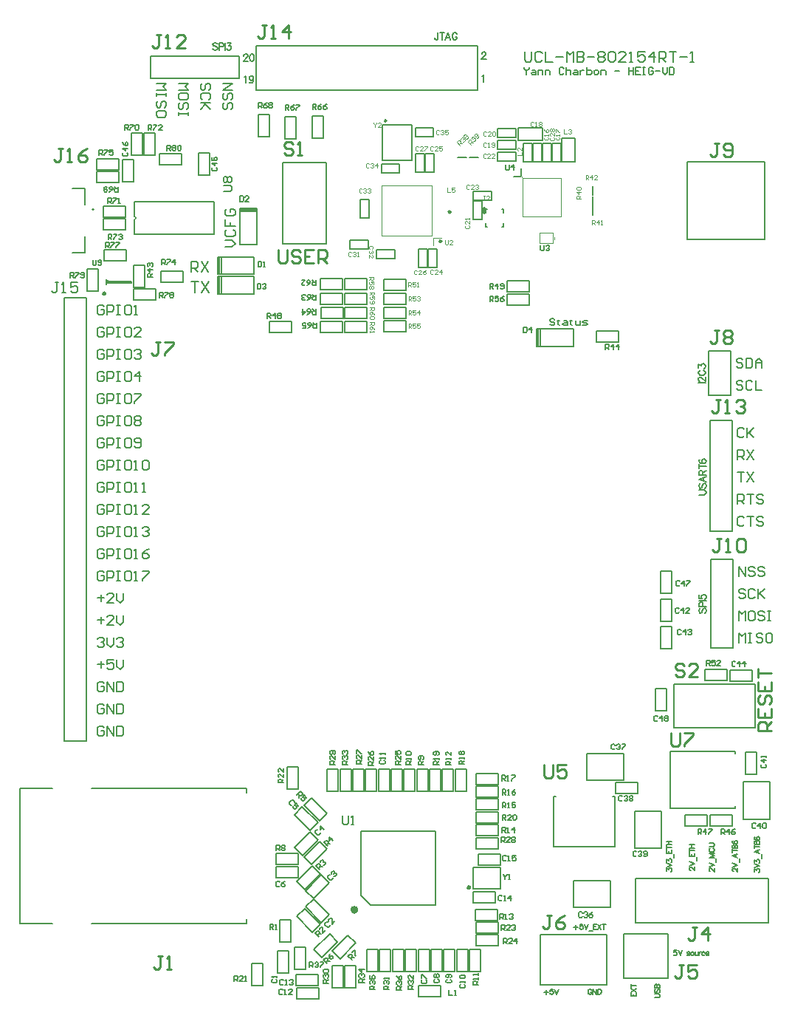
<source format=gto>
G04*
G04 #@! TF.GenerationSoftware,Altium Limited,Altium Designer,19.1.9 (167)*
G04*
G04 Layer_Color=65535*
%FSLAX44Y44*%
%MOMM*%
G71*
G01*
G75*
%ADD10C,0.2540*%
%ADD11C,0.5000*%
%ADD12C,0.2000*%
%ADD13C,0.2500*%
%ADD14C,0.1000*%
%ADD15C,0.1500*%
%ADD16C,0.2200*%
%ADD17C,0.1270*%
D10*
X389111Y1011025D02*
G03*
X389111Y1011025I-1000J0D01*
G01*
X265000Y863235D02*
Y850539D01*
X267539Y848000D01*
X272617D01*
X275157Y850539D01*
Y863235D01*
X290392Y860696D02*
X287853Y863235D01*
X282774D01*
X280235Y860696D01*
Y858157D01*
X282774Y855618D01*
X287853D01*
X290392Y853078D01*
Y850539D01*
X287853Y848000D01*
X282774D01*
X280235Y850539D01*
X305627Y863235D02*
X295470D01*
Y848000D01*
X305627D01*
X295470Y855618D02*
X300548D01*
X310705Y848000D02*
Y863235D01*
X318323D01*
X320862Y860696D01*
Y855618D01*
X318323Y853078D01*
X310705D01*
X315784D02*
X320862Y848000D01*
X830500Y311750D02*
X815265D01*
Y319368D01*
X817804Y321907D01*
X822883D01*
X825422Y319368D01*
Y311750D01*
Y316828D02*
X830500Y321907D01*
X815265Y337142D02*
Y326985D01*
X830500D01*
Y337142D01*
X822883Y326985D02*
Y332063D01*
X817804Y352377D02*
X815265Y349838D01*
Y344759D01*
X817804Y342220D01*
X820343D01*
X822883Y344759D01*
Y349838D01*
X825422Y352377D01*
X827961D01*
X830500Y349838D01*
Y344759D01*
X827961Y342220D01*
X815265Y367612D02*
Y357455D01*
X830500D01*
Y367612D01*
X822883Y357455D02*
Y362534D01*
X815265Y372690D02*
Y382847D01*
Y377769D01*
X830500D01*
X569750Y273235D02*
Y260539D01*
X572289Y258000D01*
X577368D01*
X579907Y260539D01*
Y273235D01*
X595142D02*
X584985D01*
Y265618D01*
X590063Y268157D01*
X592603D01*
X595142Y265618D01*
Y260539D01*
X592603Y258000D01*
X587524D01*
X584985Y260539D01*
X131907Y53735D02*
X126828D01*
X129368D01*
Y41039D01*
X126828Y38500D01*
X124289D01*
X121750Y41039D01*
X136985Y38500D02*
X142063D01*
X139524D01*
Y53735D01*
X136985Y51196D01*
X730353Y386761D02*
X727813Y389300D01*
X722735D01*
X720196Y386761D01*
Y384222D01*
X722735Y381683D01*
X727813D01*
X730353Y379144D01*
Y376605D01*
X727813Y374066D01*
X722735D01*
X720196Y376605D01*
X745588Y374066D02*
X735431D01*
X745588Y384222D01*
Y386761D01*
X743049Y389300D01*
X737970D01*
X735431Y386761D01*
X281940Y984504D02*
X279401Y987043D01*
X274323D01*
X271784Y984504D01*
Y981965D01*
X274323Y979426D01*
X279401D01*
X281940Y976886D01*
Y974347D01*
X279401Y971808D01*
X274323D01*
X271784Y974347D01*
X287019Y971808D02*
X292097D01*
X289558D01*
Y987043D01*
X287019Y984504D01*
X745157Y86485D02*
X740078D01*
X742617D01*
Y73789D01*
X740078Y71250D01*
X737539D01*
X735000Y73789D01*
X757853Y71250D02*
Y86485D01*
X750235Y78868D01*
X760392D01*
X730157Y43985D02*
X725078D01*
X727617D01*
Y31289D01*
X725078Y28750D01*
X722539D01*
X720000Y31289D01*
X745392Y43985D02*
X735235D01*
Y36367D01*
X740313Y38907D01*
X742853D01*
X745392Y36367D01*
Y31289D01*
X742853Y28750D01*
X737774D01*
X735235Y31289D01*
X577907Y100235D02*
X572828D01*
X575368D01*
Y87539D01*
X572828Y85000D01*
X570289D01*
X567750Y87539D01*
X593142Y100235D02*
X588063Y97696D01*
X582985Y92618D01*
Y87539D01*
X585524Y85000D01*
X590603D01*
X593142Y87539D01*
Y90078D01*
X590603Y92618D01*
X582985D01*
X129907Y757735D02*
X124828D01*
X127367D01*
Y745039D01*
X124828Y742500D01*
X122289D01*
X119750Y745039D01*
X134985Y757735D02*
X145142D01*
Y755196D01*
X134985Y745039D01*
Y742500D01*
X770427Y770681D02*
X765348D01*
X767887D01*
Y757985D01*
X765348Y755446D01*
X762809D01*
X760270Y757985D01*
X775505Y768142D02*
X778044Y770681D01*
X783123D01*
X785662Y768142D01*
Y765603D01*
X783123Y763064D01*
X785662Y760524D01*
Y757985D01*
X783123Y755446D01*
X778044D01*
X775505Y757985D01*
Y760524D01*
X778044Y763064D01*
X775505Y765603D01*
Y768142D01*
X778044Y763064D02*
X783123D01*
X770157Y985235D02*
X765078D01*
X767617D01*
Y972539D01*
X765078Y970000D01*
X762539D01*
X760000Y972539D01*
X775235D02*
X777774Y970000D01*
X782853D01*
X785392Y972539D01*
Y982696D01*
X782853Y985235D01*
X777774D01*
X775235Y982696D01*
Y980157D01*
X777774Y977617D01*
X785392D01*
X773273Y532185D02*
X768194D01*
X770733D01*
Y519489D01*
X768194Y516950D01*
X765655D01*
X763116Y519489D01*
X778351Y516950D02*
X783429D01*
X780890D01*
Y532185D01*
X778351Y529646D01*
X791047D02*
X793586Y532185D01*
X798664D01*
X801204Y529646D01*
Y519489D01*
X798664Y516950D01*
X793586D01*
X791047Y519489D01*
Y529646D01*
X130809Y1109279D02*
X125730D01*
X128270D01*
Y1096583D01*
X125730Y1094044D01*
X123191D01*
X120652Y1096583D01*
X135887Y1094044D02*
X140965D01*
X138426D01*
Y1109279D01*
X135887Y1106740D01*
X158740Y1094044D02*
X148583D01*
X158740Y1104201D01*
Y1106740D01*
X156201Y1109279D01*
X151122D01*
X148583Y1106740D01*
X771985Y691147D02*
X766906D01*
X769445D01*
Y678451D01*
X766906Y675912D01*
X764367D01*
X761828Y678451D01*
X777063Y675912D02*
X782141D01*
X779602D01*
Y691147D01*
X777063Y688608D01*
X789759D02*
X792298Y691147D01*
X797376D01*
X799916Y688608D01*
Y686069D01*
X797376Y683530D01*
X794837D01*
X797376D01*
X799916Y680990D01*
Y678451D01*
X797376Y675912D01*
X792298D01*
X789759Y678451D01*
X251219Y1120640D02*
X246140D01*
X248680D01*
Y1107945D01*
X246140Y1105405D01*
X243601D01*
X241062Y1107945D01*
X256297Y1105405D02*
X261375D01*
X258836D01*
Y1120640D01*
X256297Y1118101D01*
X276611Y1105405D02*
Y1120640D01*
X268993Y1113023D01*
X279150D01*
X18157Y978985D02*
X13078D01*
X15618D01*
Y966289D01*
X13078Y963750D01*
X10539D01*
X8000Y966289D01*
X23235Y963750D02*
X28313D01*
X25774D01*
Y978985D01*
X23235Y976446D01*
X46088Y978985D02*
X41009Y976446D01*
X35931Y971367D01*
Y966289D01*
X38470Y963750D01*
X43548D01*
X46088Y966289D01*
Y968828D01*
X43548Y971367D01*
X35931D01*
X715500Y309235D02*
Y296539D01*
X718039Y294000D01*
X723118D01*
X725657Y296539D01*
Y309235D01*
X730735D02*
X740892D01*
Y306696D01*
X730735Y296539D01*
Y294000D01*
D11*
X483800Y132490D02*
G03*
X483800Y132490I-500J0D01*
G01*
X65400Y813000D02*
G03*
X65400Y813000I-150J0D01*
G01*
X354300Y106850D02*
G03*
X354300Y106850I-2000J0D01*
G01*
D12*
X67750Y823875D02*
G03*
X67750Y828625I0J2375D01*
G01*
X100250Y898125D02*
G03*
X100250Y901375I0J1625D01*
G01*
X53516Y909600D02*
G03*
X53516Y909600I-1016J0D01*
G01*
X567970Y988134D02*
Y1002866D01*
X540284Y988134D02*
X567970D01*
X540284D02*
Y1002866D01*
X567970D01*
X629550Y770100D02*
X654950D01*
Y757400D02*
Y770100D01*
X629550Y757400D02*
X654950D01*
X629550D02*
Y770100D01*
X603500Y762500D02*
Y772500D01*
X563500D02*
X603500D01*
X563500Y752500D02*
Y772500D01*
Y752500D02*
X603500D01*
Y762500D01*
X565500Y752500D02*
Y772500D01*
X561500Y752500D02*
X563500D01*
X561500D02*
Y772500D01*
X563500D01*
X648250Y236750D02*
X650750D01*
Y179250D02*
Y236750D01*
X580750Y179250D02*
X650750D01*
X580750D02*
Y236750D01*
X583250D01*
X384111Y966025D02*
Y1006025D01*
X418111D01*
X384111Y966025D02*
X418111D01*
Y1006025D01*
X520130Y130625D02*
Y155125D01*
X488380Y130625D02*
X520130D01*
X488380D02*
Y155125D01*
X507313D01*
X501188D02*
X520130D01*
X67750Y823875D02*
Y827100D01*
Y825400D02*
Y828625D01*
Y825400D02*
X96250D01*
Y827100D01*
X67750D02*
X96250D01*
X100250Y881100D02*
X191250D01*
Y918400D01*
X100250D02*
X191250D01*
X100250Y901375D02*
Y918400D01*
Y881100D02*
Y898125D01*
X789250Y286000D02*
Y288500D01*
X714250D02*
X789250D01*
Y223500D02*
Y226000D01*
X714250Y223500D02*
X789250D01*
X714250D02*
Y288500D01*
X371200Y111850D02*
X445150D01*
Y197150D01*
X359850D02*
X445150D01*
X359850Y123200D02*
Y197150D01*
Y123200D02*
X371200Y111850D01*
X718750Y315500D02*
X812000D01*
X718750D02*
Y365500D01*
X812000D01*
Y315500D02*
Y365500D01*
X320250Y870000D02*
Y963250D01*
X270250Y870000D02*
X320250D01*
X270250D02*
Y963250D01*
X320250D01*
X128800Y960650D02*
X154200D01*
X128800D02*
Y973350D01*
X154200D01*
Y960650D02*
Y973350D01*
X45900Y816050D02*
Y841450D01*
X58600D01*
Y816050D02*
Y841450D01*
X45900Y816050D02*
X58600D01*
X99175Y805775D02*
X124575D01*
X99175D02*
Y818475D01*
X124575D01*
Y805775D02*
Y818475D01*
X65050Y850400D02*
X90450D01*
X65050D02*
Y863100D01*
X90450D01*
Y850400D02*
Y863100D01*
X57050Y967653D02*
X82450D01*
Y954952D02*
Y967653D01*
X57050Y954952D02*
X82450D01*
X57050D02*
Y967653D01*
X130800Y838350D02*
X156200D01*
Y825650D02*
Y838350D01*
X130800Y825650D02*
X156200D01*
X130800D02*
Y838350D01*
X64800Y898700D02*
X90200D01*
Y886000D02*
Y898700D01*
X64800Y886000D02*
X90200D01*
X64800D02*
Y898700D01*
X111150Y971800D02*
Y997200D01*
X123850D01*
Y971800D02*
Y997200D01*
X111150Y971800D02*
X123850D01*
X64800Y913402D02*
X90200D01*
Y900703D02*
Y913402D01*
X64800Y900703D02*
X90200D01*
X64800D02*
Y913402D01*
X96447Y971800D02*
Y997200D01*
X109148D01*
Y971800D02*
Y997200D01*
X96447Y971800D02*
X109148D01*
X56550Y952950D02*
X81950D01*
Y940250D02*
Y952950D01*
X56550Y940250D02*
X81950D01*
X56550D02*
Y952950D01*
X241900Y993050D02*
Y1018450D01*
X254600D01*
Y993050D02*
Y1018450D01*
X241900Y993050D02*
X254600D01*
X272900Y990600D02*
Y1016000D01*
X285600D01*
Y990600D02*
Y1016000D01*
X272900Y990600D02*
X285600D01*
X304150Y991300D02*
Y1016700D01*
X316850D01*
Y991300D02*
Y1016700D01*
X304150Y991300D02*
X316850D01*
X313550Y768792D02*
X338950D01*
X313550D02*
Y781492D01*
X338950D01*
Y768792D02*
Y781492D01*
X313800Y784495D02*
X339200D01*
X313800D02*
Y797195D01*
X339200D01*
Y784495D02*
Y797195D01*
X313647Y800697D02*
X339048D01*
X313647D02*
Y813398D01*
X339048D01*
Y800697D02*
Y813398D01*
X313647Y817400D02*
X339048D01*
X313647D02*
Y830100D01*
X339048D01*
Y817400D02*
Y830100D01*
X340952Y781492D02*
X366353D01*
Y768792D02*
Y781492D01*
X340952Y768792D02*
X366353D01*
X340952D02*
Y781492D01*
X341203Y797195D02*
X366603D01*
Y784495D02*
Y797195D01*
X341203Y784495D02*
X366603D01*
X341203D02*
Y797195D01*
X341050Y813398D02*
X366450D01*
Y800697D02*
Y813398D01*
X341050Y800697D02*
X366450D01*
X341050D02*
Y813398D01*
Y830100D02*
X366450D01*
Y817400D02*
Y830100D01*
X341050Y817400D02*
X366450D01*
X341050D02*
Y830100D01*
X527300Y800150D02*
X552700D01*
X527300D02*
Y812850D01*
X552700D01*
Y800150D02*
Y812850D01*
X386050Y768900D02*
X411450D01*
X386050D02*
Y781600D01*
X411450D01*
Y768900D02*
Y781600D01*
X386050Y784650D02*
X411450D01*
X386050D02*
Y797350D01*
X411450D01*
Y784650D02*
Y797350D01*
X386050Y800650D02*
X411450D01*
X386050D02*
Y813350D01*
X411450D01*
Y800650D02*
Y813350D01*
X754550Y369400D02*
X779950D01*
X754550D02*
Y382100D01*
X779950D01*
Y369400D02*
Y382100D01*
X386050Y816900D02*
X411450D01*
X386050D02*
Y829600D01*
X411450D01*
Y816900D02*
Y829600D01*
X527300Y827552D02*
X552700D01*
Y814853D02*
Y827552D01*
X527300Y814853D02*
X552700D01*
X527300D02*
Y827552D01*
X254550Y768650D02*
X279950D01*
X254550D02*
Y781350D01*
X279950D01*
Y768650D02*
Y781350D01*
X731800Y215850D02*
X757200D01*
Y203150D02*
Y215850D01*
X731800Y203150D02*
X757200D01*
X731800D02*
Y215850D01*
X760300Y215600D02*
X785700D01*
Y202900D02*
Y215600D01*
X760300Y202900D02*
X785700D01*
X760300D02*
Y215600D01*
X99400Y820478D02*
Y845878D01*
X112100D01*
Y820478D02*
Y845878D01*
X99400Y820478D02*
X112100D01*
X625752Y925511D02*
Y935671D01*
X625834Y903170D02*
Y913330D01*
Y914341D02*
Y924501D01*
X484420Y969500D02*
X494580D01*
X470670D02*
X480830D01*
X283650Y38550D02*
Y63950D01*
X296350D01*
Y38550D02*
Y63950D01*
X283650Y38550D02*
X296350D01*
X396102Y36298D02*
Y61698D01*
X408802D01*
Y36298D02*
Y61698D01*
X396102Y36298D02*
X408802D01*
X366697D02*
Y61698D01*
X379397D01*
Y36298D02*
Y61698D01*
X366697Y36298D02*
X379397D01*
X341400Y17800D02*
Y43200D01*
X354100D01*
Y17800D02*
Y43200D01*
X341400Y17800D02*
X354100D01*
X348475Y243050D02*
Y268450D01*
X335775Y243050D02*
X348475D01*
X335775D02*
Y268450D01*
X348475D01*
X423505Y36298D02*
Y61698D01*
X410805Y36298D02*
X423505D01*
X410805D02*
Y61698D01*
X423505D01*
X394100Y36298D02*
Y61698D01*
X381400Y36298D02*
X394100D01*
X381400D02*
Y61698D01*
X394100D01*
X339397Y17800D02*
Y43200D01*
X326697Y17800D02*
X339397D01*
X326697D02*
Y43200D01*
X339397D01*
X333772Y243050D02*
Y268450D01*
X321072Y243050D02*
X333772D01*
X321072D02*
Y268450D01*
X333772D01*
X492050Y176852D02*
X517450D01*
X492050D02*
Y189552D01*
X517450D01*
Y176852D02*
Y189552D01*
X363177Y243050D02*
Y268450D01*
X350477Y243050D02*
X363177D01*
X350477D02*
Y268450D01*
X363177D01*
X365180Y243050D02*
Y268450D01*
X377880D01*
Y243050D02*
Y268450D01*
X365180Y243050D02*
X377880D01*
X407285D02*
Y268450D01*
X394585Y243050D02*
X407285D01*
X394585D02*
Y268450D01*
X407285D01*
X491550Y65340D02*
X516950D01*
X491550D02*
Y78040D01*
X516950D01*
Y65340D02*
Y78040D01*
X491550Y80042D02*
X516950D01*
X491550D02*
Y92742D01*
X516950D01*
Y80042D02*
Y92742D01*
X287600Y244800D02*
Y270200D01*
X274900Y244800D02*
X287600D01*
X274900D02*
Y270200D01*
X287600D01*
X234400Y19800D02*
Y45200D01*
X247100D01*
Y19800D02*
Y45200D01*
X234400Y19800D02*
X247100D01*
X492050Y219255D02*
X517450D01*
Y206555D02*
Y219255D01*
X492050Y206555D02*
X517450D01*
X492050D02*
Y219255D01*
X451392Y243050D02*
Y268450D01*
X438692Y243050D02*
X451392D01*
X438692D02*
Y268450D01*
X451392D01*
X480798Y243050D02*
Y268450D01*
X468097Y243050D02*
X480798D01*
X468097D02*
Y268450D01*
X480798D01*
X492300Y250663D02*
X517700D01*
X492300D02*
Y263363D01*
X517700D01*
Y250663D02*
Y263363D01*
X492050Y235960D02*
X517450D01*
X492050D02*
Y248660D01*
X517450D01*
Y235960D02*
Y248660D01*
X492050Y221258D02*
X517450D01*
X492050D02*
Y233958D01*
X517450D01*
Y221258D02*
Y233958D01*
X492050Y191852D02*
X517450D01*
X492050D02*
Y204552D01*
X517450D01*
Y191852D02*
Y204552D01*
X491050Y107445D02*
X516450D01*
Y94745D02*
Y107445D01*
X491050Y94745D02*
X516450D01*
X491050D02*
Y107445D01*
X466095Y243050D02*
Y268450D01*
X453395Y243050D02*
X466095D01*
X453395D02*
Y268450D01*
X466095D01*
X497018Y36298D02*
Y61698D01*
X484318Y36298D02*
X497018D01*
X484318D02*
Y61698D01*
X497018D01*
X409287Y243050D02*
Y268450D01*
X421987D01*
Y243050D02*
Y268450D01*
X409287Y243050D02*
X421987D01*
X423990D02*
Y268450D01*
X436690D01*
Y243050D02*
Y268450D01*
X423990Y243050D02*
X436690D01*
X262300Y171350D02*
X287700D01*
Y158650D02*
Y171350D01*
X262300Y158650D02*
X287700D01*
X262300D02*
Y171350D01*
X326833Y59744D02*
X344793Y77704D01*
X353774Y68724D01*
X335813Y50763D02*
X353774Y68724D01*
X326833Y59744D02*
X335813Y50763D01*
X314956Y52263D02*
X332916Y70224D01*
X305975Y61244D02*
X314956Y52263D01*
X305975Y61244D02*
X323936Y79204D01*
X332916Y70224D01*
X294280Y226417D02*
X312240Y208457D01*
X294280Y226417D02*
X303260Y235397D01*
X321220Y217437D01*
X312240Y208457D02*
X321220Y217437D01*
X303260Y158457D02*
X321220Y176417D01*
X294280Y167437D02*
X303260Y158457D01*
X294280Y167437D02*
X312240Y185397D01*
X321220Y176417D01*
X286207Y139187D02*
X304167Y157147D01*
X313148Y148167D01*
X295187Y130207D02*
X313148Y148167D01*
X286207Y139187D02*
X295187Y130207D01*
Y108147D02*
X313148Y90187D01*
X304167Y81207D02*
X313148Y90187D01*
X286207Y99167D02*
X304167Y81207D01*
X286207Y99167D02*
X295187Y108147D01*
X266900Y70050D02*
Y95450D01*
X279600D01*
Y70050D02*
Y95450D01*
X266900Y70050D02*
X279600D01*
X605076Y963642D02*
Y991328D01*
X590344D02*
X605076D01*
X590344Y963642D02*
Y991328D01*
Y963642D02*
X605076D01*
X546170Y963920D02*
Y984748D01*
Y963920D02*
X556330D01*
Y984748D01*
X546170D02*
X556330D01*
X425800Y7400D02*
Y20100D01*
Y7400D02*
X451200D01*
Y20100D01*
X425800D02*
X451200D01*
X28500Y933600D02*
X43250D01*
X28500Y859600D02*
X43250D01*
Y878600D01*
Y914600D02*
Y933600D01*
X19800Y807850D02*
X45200D01*
X19800Y299850D02*
Y807850D01*
Y299850D02*
X45200D01*
Y807850D01*
X493550Y1046050D02*
Y1096850D01*
X239550D02*
X493550D01*
X239550Y1046050D02*
Y1096850D01*
Y1046050D02*
X493550D01*
X785700Y540250D02*
Y667250D01*
X760300Y540250D02*
X785700D01*
X760300D02*
Y667250D01*
X785700D01*
X119000Y1060050D02*
X220600D01*
X119000D02*
Y1085450D01*
X220600D01*
Y1060050D02*
Y1085450D01*
X786950Y406750D02*
Y508350D01*
X761550Y406750D02*
X786950D01*
X761550D02*
Y508350D01*
X786950D01*
X734150Y875200D02*
X823050D01*
Y964100D01*
X734150D02*
X823050D01*
X734150Y875200D02*
Y964100D01*
X758800Y746850D02*
X784200D01*
X758800Y696050D02*
Y746850D01*
Y696050D02*
X784200D01*
Y746850D01*
X565200Y78300D02*
X641400D01*
X565200Y21100D02*
Y78300D01*
Y21100D02*
X641400D01*
Y78300D01*
X712200Y28800D02*
Y79600D01*
X661400D02*
X712200D01*
X661400Y28800D02*
Y79600D01*
Y28800D02*
X712200D01*
X827250Y92300D02*
Y143100D01*
X674850D02*
X827250D01*
X674850Y92300D02*
Y143100D01*
Y92300D02*
X827250D01*
X-31500Y246050D02*
X6000D01*
X-31500Y91050D02*
Y246050D01*
Y91050D02*
X6000D01*
X51000Y246050D02*
X228500D01*
Y241050D02*
Y246050D01*
X51000Y91050D02*
X228500D01*
Y96050D01*
X237500Y822750D02*
Y832750D01*
X197500D02*
X237500D01*
X197500Y812750D02*
Y832750D01*
Y812750D02*
X237500D01*
Y822750D01*
X199500Y812750D02*
Y832750D01*
X195500Y812750D02*
X197500D01*
X195500D02*
Y832750D01*
X197500D01*
X230750Y869000D02*
X240750D01*
Y909000D01*
X220750D02*
X240750D01*
X220750Y869000D02*
Y909000D01*
Y869000D02*
X230750D01*
X220750Y907000D02*
X240750D01*
X220750Y909000D02*
Y911000D01*
X240750D01*
Y909000D02*
Y911000D01*
X237500Y845000D02*
Y855000D01*
X197500D02*
X237500D01*
X197500Y835000D02*
Y855000D01*
Y835000D02*
X237500D01*
Y845000D01*
X199500Y835000D02*
Y855000D01*
X195500Y835000D02*
X197500D01*
X195500D02*
Y855000D01*
X197500D01*
X710350Y334550D02*
Y359950D01*
X697650Y334550D02*
X710350D01*
X697650D02*
Y359950D01*
X710350D01*
X716350Y469800D02*
Y495200D01*
X703650Y469800D02*
X716350D01*
X703650D02*
Y495200D01*
X716350D01*
X86400Y941300D02*
Y966700D01*
X99100D01*
Y941300D02*
Y966700D01*
X86400Y941300D02*
X99100D01*
X173400Y948550D02*
Y973950D01*
X186100D01*
Y948550D02*
Y973950D01*
X173400Y948550D02*
X186100D01*
X783550Y369150D02*
X808950D01*
X783550D02*
Y381850D01*
X808950D01*
Y369150D02*
Y381850D01*
X703650Y405800D02*
Y431200D01*
X716350D01*
Y405800D02*
Y431200D01*
X703650Y405800D02*
X716350D01*
X703650Y437300D02*
Y462700D01*
X716350D01*
Y437300D02*
Y462700D01*
X703650Y437300D02*
X716350D01*
X814100Y261800D02*
Y287200D01*
X801400Y261800D02*
X814100D01*
X801400D02*
Y287200D01*
X814100D01*
X798510Y210664D02*
X808414D01*
X798510D02*
Y253336D01*
X828990D01*
Y210664D02*
Y253336D01*
X808414Y210664D02*
X828990D01*
X674260Y177414D02*
X684164D01*
X674260D02*
Y220086D01*
X704740D01*
Y177414D02*
Y220086D01*
X684164Y177414D02*
X704740D01*
X651800Y240400D02*
X677200D01*
X651800D02*
Y253100D01*
X677200D01*
Y240400D02*
Y253100D01*
X618664Y276336D02*
Y286240D01*
X661336D01*
Y255760D02*
Y286240D01*
X618664Y255760D02*
X661336D01*
X618664D02*
Y276336D01*
X603664Y130336D02*
Y140240D01*
X646336D01*
Y109760D02*
Y140240D01*
X603664Y109760D02*
X646336D01*
X603664D02*
Y130336D01*
X422170Y1002580D02*
X442998D01*
X422170Y992420D02*
Y1002580D01*
Y992420D02*
X442998D01*
Y1002580D01*
X383411Y961419D02*
X404239D01*
X383411Y951259D02*
Y961419D01*
Y951259D02*
X404239D01*
Y961419D01*
X358661Y899675D02*
Y920503D01*
Y899675D02*
X368821D01*
Y920503D01*
X358661D02*
X368821D01*
X377670Y863580D02*
X398498D01*
X377670Y853420D02*
Y863580D01*
Y853420D02*
X398498D01*
Y863580D01*
X347541Y873908D02*
X368369D01*
X347541Y863748D02*
Y873908D01*
Y863748D02*
X368369D01*
Y873908D01*
X568257Y963920D02*
Y984748D01*
Y963920D02*
X578417D01*
Y984748D01*
X568257D02*
X578417D01*
X432821Y952341D02*
Y973169D01*
X422661D02*
X432821D01*
X422661Y952341D02*
Y973169D01*
Y952341D02*
X432821D01*
X425700Y842870D02*
Y863698D01*
Y842870D02*
X435859D01*
Y863698D01*
X425700D02*
X435859D01*
X443992Y952259D02*
Y973087D01*
X433831D02*
X443992D01*
X433831Y952259D02*
Y973087D01*
Y952259D02*
X443992D01*
X436870Y842870D02*
Y863698D01*
Y842870D02*
X447030D01*
Y863698D01*
X436870D02*
X447030D01*
X488577Y920009D02*
X509405D01*
Y930169D01*
X488577D02*
X509405D01*
X488577Y920009D02*
Y930169D01*
X516670Y974830D02*
X537498D01*
X516670Y964670D02*
Y974830D01*
Y964670D02*
X537498D01*
Y974830D01*
X498571Y898170D02*
Y918998D01*
X488411D02*
X498571D01*
X488411Y898170D02*
Y918998D01*
Y898170D02*
X498571D01*
X516670Y1002080D02*
X537498D01*
X516670Y991920D02*
Y1002080D01*
Y991920D02*
X537498D01*
Y1002080D01*
X516586Y988330D02*
X537414D01*
X516586Y978170D02*
Y988330D01*
Y978170D02*
X537414D01*
Y988330D01*
X579427Y963920D02*
Y984748D01*
Y963920D02*
X589588D01*
Y984748D01*
X579427D02*
X589588D01*
X557086Y963920D02*
Y984748D01*
Y963920D02*
X567247D01*
Y984748D01*
X557086D02*
X567247D01*
X494300Y158150D02*
X519700D01*
X494300D02*
Y170850D01*
X519700D01*
Y158150D02*
Y170850D01*
X488550Y115150D02*
X513950D01*
X488550D02*
Y127850D01*
X513950D01*
Y115150D02*
Y127850D01*
X285550Y32600D02*
X310950D01*
Y19900D02*
Y32600D01*
X285550Y19900D02*
X310950D01*
X285550D02*
Y32600D01*
X285800Y17600D02*
X311200D01*
Y4900D02*
Y17600D01*
X285800Y4900D02*
X311200D01*
X285800D02*
Y17600D01*
X392582Y243050D02*
Y268450D01*
X379882Y243050D02*
X392582D01*
X379882D02*
Y268450D01*
X392582D01*
X469615Y36298D02*
Y61698D01*
X482315D01*
Y36298D02*
Y61698D01*
X469615Y36298D02*
X482315D01*
X454913D02*
Y61698D01*
X467613D01*
Y36298D02*
Y61698D01*
X454913Y36298D02*
X467613D01*
X440210D02*
Y61698D01*
X452910D01*
Y36298D02*
Y61698D01*
X440210Y36298D02*
X452910D01*
X425508D02*
Y61698D01*
X438208D01*
Y36298D02*
Y61698D01*
X425508Y36298D02*
X438208D01*
X262300Y143650D02*
X287700D01*
X262300D02*
Y156350D01*
X287700D01*
Y143650D02*
Y156350D01*
X292460Y224837D02*
X310420Y206877D01*
X301440Y197897D02*
X310420Y206877D01*
X283480Y215857D02*
X301440Y197897D01*
X283480Y215857D02*
X292460Y224837D01*
X283780Y177937D02*
X301740Y195897D01*
X310720Y186917D01*
X292760Y168957D02*
X310720Y186917D01*
X283780Y177937D02*
X292760Y168957D01*
X305437Y119609D02*
X323397Y137570D01*
X296457Y128589D02*
X305437Y119609D01*
X296457Y128589D02*
X314417Y146550D01*
X323397Y137570D01*
X296457Y110167D02*
X314417Y92207D01*
X296457Y110167D02*
X305437Y119147D01*
X323397Y101187D01*
X314417Y92207D02*
X323397Y101187D01*
X263900Y34300D02*
Y59700D01*
X276600D01*
Y34300D02*
Y59700D01*
X263900Y34300D02*
X276600D01*
X582082Y783165D02*
X580749Y784497D01*
X578083D01*
X576750Y783165D01*
Y781832D01*
X578083Y780499D01*
X580749D01*
X582082Y779166D01*
Y777833D01*
X580749Y776500D01*
X578083D01*
X576750Y777833D01*
X586080Y783165D02*
Y781832D01*
X584747D01*
X587413D01*
X586080D01*
Y777833D01*
X587413Y776500D01*
X592745Y781832D02*
X595411D01*
X596744Y780499D01*
Y776500D01*
X592745D01*
X591412Y777833D01*
X592745Y779166D01*
X596744D01*
X600742Y783165D02*
Y781832D01*
X599409D01*
X602075D01*
X600742D01*
Y777833D01*
X602075Y776500D01*
X606074Y781832D02*
Y777833D01*
X607407Y776500D01*
X611405D01*
Y781832D01*
X614071Y776500D02*
X618070D01*
X619403Y777833D01*
X618070Y779166D01*
X615404D01*
X614071Y780499D01*
X615404Y781832D01*
X619403D01*
X65231Y315364D02*
X63398Y317196D01*
X59733D01*
X57900Y315364D01*
Y308033D01*
X59733Y306200D01*
X63398D01*
X65231Y308033D01*
Y311698D01*
X61565D01*
X68896Y306200D02*
Y317196D01*
X76227Y306200D01*
Y317196D01*
X79893D02*
Y306200D01*
X85391D01*
X87224Y308033D01*
Y315364D01*
X85391Y317196D01*
X79893D01*
X65231Y340764D02*
X63398Y342596D01*
X59733D01*
X57900Y340764D01*
Y333433D01*
X59733Y331600D01*
X63398D01*
X65231Y333433D01*
Y337098D01*
X61565D01*
X68896Y331600D02*
Y342596D01*
X76227Y331600D01*
Y342596D01*
X79893D02*
Y331600D01*
X85391D01*
X87224Y333433D01*
Y340764D01*
X85391Y342596D01*
X79893D01*
X65231Y366164D02*
X63398Y367996D01*
X59733D01*
X57900Y366164D01*
Y358833D01*
X59733Y357000D01*
X63398D01*
X65231Y358833D01*
Y362498D01*
X61565D01*
X68896Y357000D02*
Y367996D01*
X76227Y357000D01*
Y367996D01*
X79893D02*
Y357000D01*
X85391D01*
X87224Y358833D01*
Y366164D01*
X85391Y367996D01*
X79893D01*
X57900Y387898D02*
X65231D01*
X61565Y391564D02*
Y384233D01*
X76227Y393396D02*
X68896D01*
Y387898D01*
X72562Y389731D01*
X74395D01*
X76227Y387898D01*
Y384233D01*
X74395Y382400D01*
X70729D01*
X68896Y384233D01*
X79893Y393396D02*
Y386065D01*
X83558Y382400D01*
X87224Y386065D01*
Y393396D01*
X57900Y416964D02*
X59733Y418796D01*
X63398D01*
X65231Y416964D01*
Y415131D01*
X63398Y413298D01*
X61565D01*
X63398D01*
X65231Y411465D01*
Y409633D01*
X63398Y407800D01*
X59733D01*
X57900Y409633D01*
X68896Y418796D02*
Y411465D01*
X72562Y407800D01*
X76227Y411465D01*
Y418796D01*
X79893Y416964D02*
X81726Y418796D01*
X85391D01*
X87224Y416964D01*
Y415131D01*
X85391Y413298D01*
X83558D01*
X85391D01*
X87224Y411465D01*
Y409633D01*
X85391Y407800D01*
X81726D01*
X79893Y409633D01*
X57900Y438698D02*
X65231D01*
X61565Y442364D02*
Y435033D01*
X76227Y433200D02*
X68896D01*
X76227Y440531D01*
Y442364D01*
X74395Y444196D01*
X70729D01*
X68896Y442364D01*
X79893Y444196D02*
Y436866D01*
X83558Y433200D01*
X87224Y436866D01*
Y444196D01*
X57900Y464098D02*
X65231D01*
X61565Y467764D02*
Y460433D01*
X76227Y458600D02*
X68896D01*
X76227Y465931D01*
Y467764D01*
X74395Y469596D01*
X70729D01*
X68896Y467764D01*
X79893Y469596D02*
Y462266D01*
X83558Y458600D01*
X87224Y462266D01*
Y469596D01*
X65231Y493164D02*
X63398Y494996D01*
X59733D01*
X57900Y493164D01*
Y485833D01*
X59733Y484000D01*
X63398D01*
X65231Y485833D01*
Y489498D01*
X61565D01*
X68896Y484000D02*
Y494996D01*
X74395D01*
X76227Y493164D01*
Y489498D01*
X74395Y487665D01*
X68896D01*
X79893Y494996D02*
X83558D01*
X81726D01*
Y484000D01*
X79893D01*
X83558D01*
X94555Y494996D02*
X90889D01*
X89057Y493164D01*
Y485833D01*
X90889Y484000D01*
X94555D01*
X96388Y485833D01*
Y493164D01*
X94555Y494996D01*
X100053Y484000D02*
X103719D01*
X101886D01*
Y494996D01*
X100053Y493164D01*
X109217Y494996D02*
X116548D01*
Y493164D01*
X109217Y485833D01*
Y484000D01*
X65231Y518564D02*
X63398Y520396D01*
X59733D01*
X57900Y518564D01*
Y511233D01*
X59733Y509400D01*
X63398D01*
X65231Y511233D01*
Y514898D01*
X61565D01*
X68896Y509400D02*
Y520396D01*
X74395D01*
X76227Y518564D01*
Y514898D01*
X74395Y513065D01*
X68896D01*
X79893Y520396D02*
X83558D01*
X81726D01*
Y509400D01*
X79893D01*
X83558D01*
X94555Y520396D02*
X90889D01*
X89057Y518564D01*
Y511233D01*
X90889Y509400D01*
X94555D01*
X96388Y511233D01*
Y518564D01*
X94555Y520396D01*
X100053Y509400D02*
X103719D01*
X101886D01*
Y520396D01*
X100053Y518564D01*
X116548Y520396D02*
X112882Y518564D01*
X109217Y514898D01*
Y511233D01*
X111049Y509400D01*
X114715D01*
X116548Y511233D01*
Y513065D01*
X114715Y514898D01*
X109217D01*
X65231Y543964D02*
X63398Y545796D01*
X59733D01*
X57900Y543964D01*
Y536633D01*
X59733Y534800D01*
X63398D01*
X65231Y536633D01*
Y540298D01*
X61565D01*
X68896Y534800D02*
Y545796D01*
X74395D01*
X76227Y543964D01*
Y540298D01*
X74395Y538465D01*
X68896D01*
X79893Y545796D02*
X83558D01*
X81726D01*
Y534800D01*
X79893D01*
X83558D01*
X94555Y545796D02*
X90889D01*
X89057Y543964D01*
Y536633D01*
X90889Y534800D01*
X94555D01*
X96388Y536633D01*
Y543964D01*
X94555Y545796D01*
X100053Y534800D02*
X103719D01*
X101886D01*
Y545796D01*
X100053Y543964D01*
X109217D02*
X111049Y545796D01*
X114715D01*
X116548Y543964D01*
Y542131D01*
X114715Y540298D01*
X112882D01*
X114715D01*
X116548Y538465D01*
Y536633D01*
X114715Y534800D01*
X111049D01*
X109217Y536633D01*
X65231Y569364D02*
X63398Y571196D01*
X59733D01*
X57900Y569364D01*
Y562033D01*
X59733Y560200D01*
X63398D01*
X65231Y562033D01*
Y565698D01*
X61565D01*
X68896Y560200D02*
Y571196D01*
X74395D01*
X76227Y569364D01*
Y565698D01*
X74395Y563866D01*
X68896D01*
X79893Y571196D02*
X83558D01*
X81726D01*
Y560200D01*
X79893D01*
X83558D01*
X94555Y571196D02*
X90889D01*
X89057Y569364D01*
Y562033D01*
X90889Y560200D01*
X94555D01*
X96388Y562033D01*
Y569364D01*
X94555Y571196D01*
X100053Y560200D02*
X103719D01*
X101886D01*
Y571196D01*
X100053Y569364D01*
X116548Y560200D02*
X109217D01*
X116548Y567531D01*
Y569364D01*
X114715Y571196D01*
X111049D01*
X109217Y569364D01*
X65231Y594764D02*
X63398Y596596D01*
X59733D01*
X57900Y594764D01*
Y587433D01*
X59733Y585600D01*
X63398D01*
X65231Y587433D01*
Y591098D01*
X61565D01*
X68896Y585600D02*
Y596596D01*
X74395D01*
X76227Y594764D01*
Y591098D01*
X74395Y589266D01*
X68896D01*
X79893Y596596D02*
X83558D01*
X81726D01*
Y585600D01*
X79893D01*
X83558D01*
X94555Y596596D02*
X90889D01*
X89057Y594764D01*
Y587433D01*
X90889Y585600D01*
X94555D01*
X96388Y587433D01*
Y594764D01*
X94555Y596596D01*
X100053Y585600D02*
X103719D01*
X101886D01*
Y596596D01*
X100053Y594764D01*
X109217Y585600D02*
X112882D01*
X111049D01*
Y596596D01*
X109217Y594764D01*
X65231Y620164D02*
X63398Y621996D01*
X59733D01*
X57900Y620164D01*
Y612833D01*
X59733Y611000D01*
X63398D01*
X65231Y612833D01*
Y616498D01*
X61565D01*
X68896Y611000D02*
Y621996D01*
X74395D01*
X76227Y620164D01*
Y616498D01*
X74395Y614665D01*
X68896D01*
X79893Y621996D02*
X83558D01*
X81726D01*
Y611000D01*
X79893D01*
X83558D01*
X94555Y621996D02*
X90889D01*
X89057Y620164D01*
Y612833D01*
X90889Y611000D01*
X94555D01*
X96388Y612833D01*
Y620164D01*
X94555Y621996D01*
X100053Y611000D02*
X103719D01*
X101886D01*
Y621996D01*
X100053Y620164D01*
X109217D02*
X111049Y621996D01*
X114715D01*
X116548Y620164D01*
Y612833D01*
X114715Y611000D01*
X111049D01*
X109217Y612833D01*
Y620164D01*
X65231Y645564D02*
X63398Y647396D01*
X59733D01*
X57900Y645564D01*
Y638233D01*
X59733Y636400D01*
X63398D01*
X65231Y638233D01*
Y641898D01*
X61565D01*
X68896Y636400D02*
Y647396D01*
X74395D01*
X76227Y645564D01*
Y641898D01*
X74395Y640066D01*
X68896D01*
X79893Y647396D02*
X83558D01*
X81726D01*
Y636400D01*
X79893D01*
X83558D01*
X94555Y647396D02*
X90889D01*
X89057Y645564D01*
Y638233D01*
X90889Y636400D01*
X94555D01*
X96388Y638233D01*
Y645564D01*
X94555Y647396D01*
X100053Y638233D02*
X101886Y636400D01*
X105551D01*
X107384Y638233D01*
Y645564D01*
X105551Y647396D01*
X101886D01*
X100053Y645564D01*
Y643731D01*
X101886Y641898D01*
X107384D01*
X65231Y670964D02*
X63398Y672796D01*
X59733D01*
X57900Y670964D01*
Y663633D01*
X59733Y661800D01*
X63398D01*
X65231Y663633D01*
Y667298D01*
X61565D01*
X68896Y661800D02*
Y672796D01*
X74395D01*
X76227Y670964D01*
Y667298D01*
X74395Y665465D01*
X68896D01*
X79893Y672796D02*
X83558D01*
X81726D01*
Y661800D01*
X79893D01*
X83558D01*
X94555Y672796D02*
X90889D01*
X89057Y670964D01*
Y663633D01*
X90889Y661800D01*
X94555D01*
X96388Y663633D01*
Y670964D01*
X94555Y672796D01*
X100053Y670964D02*
X101886Y672796D01*
X105551D01*
X107384Y670964D01*
Y669131D01*
X105551Y667298D01*
X107384Y665465D01*
Y663633D01*
X105551Y661800D01*
X101886D01*
X100053Y663633D01*
Y665465D01*
X101886Y667298D01*
X100053Y669131D01*
Y670964D01*
X101886Y667298D02*
X105551D01*
X65231Y696364D02*
X63398Y698196D01*
X59733D01*
X57900Y696364D01*
Y689033D01*
X59733Y687200D01*
X63398D01*
X65231Y689033D01*
Y692698D01*
X61565D01*
X68896Y687200D02*
Y698196D01*
X74395D01*
X76227Y696364D01*
Y692698D01*
X74395Y690865D01*
X68896D01*
X79893Y698196D02*
X83558D01*
X81726D01*
Y687200D01*
X79893D01*
X83558D01*
X94555Y698196D02*
X90889D01*
X89057Y696364D01*
Y689033D01*
X90889Y687200D01*
X94555D01*
X96388Y689033D01*
Y696364D01*
X94555Y698196D01*
X100053D02*
X107384D01*
Y696364D01*
X100053Y689033D01*
Y687200D01*
X65231Y721764D02*
X63398Y723596D01*
X59733D01*
X57900Y721764D01*
Y714433D01*
X59733Y712600D01*
X63398D01*
X65231Y714433D01*
Y718098D01*
X61565D01*
X68896Y712600D02*
Y723596D01*
X74395D01*
X76227Y721764D01*
Y718098D01*
X74395Y716265D01*
X68896D01*
X79893Y723596D02*
X83558D01*
X81726D01*
Y712600D01*
X79893D01*
X83558D01*
X94555Y723596D02*
X90889D01*
X89057Y721764D01*
Y714433D01*
X90889Y712600D01*
X94555D01*
X96388Y714433D01*
Y721764D01*
X94555Y723596D01*
X105551Y712600D02*
Y723596D01*
X100053Y718098D01*
X107384D01*
X65231Y747164D02*
X63398Y748996D01*
X59733D01*
X57900Y747164D01*
Y739833D01*
X59733Y738000D01*
X63398D01*
X65231Y739833D01*
Y743498D01*
X61565D01*
X68896Y738000D02*
Y748996D01*
X74395D01*
X76227Y747164D01*
Y743498D01*
X74395Y741665D01*
X68896D01*
X79893Y748996D02*
X83558D01*
X81726D01*
Y738000D01*
X79893D01*
X83558D01*
X94555Y748996D02*
X90889D01*
X89057Y747164D01*
Y739833D01*
X90889Y738000D01*
X94555D01*
X96388Y739833D01*
Y747164D01*
X94555Y748996D01*
X100053Y747164D02*
X101886Y748996D01*
X105551D01*
X107384Y747164D01*
Y745331D01*
X105551Y743498D01*
X103719D01*
X105551D01*
X107384Y741665D01*
Y739833D01*
X105551Y738000D01*
X101886D01*
X100053Y739833D01*
X65231Y772564D02*
X63398Y774396D01*
X59733D01*
X57900Y772564D01*
Y765233D01*
X59733Y763400D01*
X63398D01*
X65231Y765233D01*
Y768898D01*
X61565D01*
X68896Y763400D02*
Y774396D01*
X74395D01*
X76227Y772564D01*
Y768898D01*
X74395Y767066D01*
X68896D01*
X79893Y774396D02*
X83558D01*
X81726D01*
Y763400D01*
X79893D01*
X83558D01*
X94555Y774396D02*
X90889D01*
X89057Y772564D01*
Y765233D01*
X90889Y763400D01*
X94555D01*
X96388Y765233D01*
Y772564D01*
X94555Y774396D01*
X107384Y763400D02*
X100053D01*
X107384Y770731D01*
Y772564D01*
X105551Y774396D01*
X101886D01*
X100053Y772564D01*
X65231Y797964D02*
X63398Y799796D01*
X59733D01*
X57900Y797964D01*
Y790633D01*
X59733Y788800D01*
X63398D01*
X65231Y790633D01*
Y794298D01*
X61565D01*
X68896Y788800D02*
Y799796D01*
X74395D01*
X76227Y797964D01*
Y794298D01*
X74395Y792466D01*
X68896D01*
X79893Y799796D02*
X83558D01*
X81726D01*
Y788800D01*
X79893D01*
X83558D01*
X94555Y799796D02*
X90889D01*
X89057Y797964D01*
Y790633D01*
X90889Y788800D01*
X94555D01*
X96388Y790633D01*
Y797964D01*
X94555Y799796D01*
X100053Y788800D02*
X103719D01*
X101886D01*
Y799796D01*
X100053Y797964D01*
X799381Y555764D02*
X797548Y557596D01*
X793883D01*
X792050Y555764D01*
Y548433D01*
X793883Y546600D01*
X797548D01*
X799381Y548433D01*
X803046Y557596D02*
X810377D01*
X806712D01*
Y546600D01*
X821374Y555764D02*
X819541Y557596D01*
X815876D01*
X814043Y555764D01*
Y553931D01*
X815876Y552098D01*
X819541D01*
X821374Y550266D01*
Y548433D01*
X819541Y546600D01*
X815876D01*
X814043Y548433D01*
X792050Y572000D02*
Y582996D01*
X797548D01*
X799381Y581164D01*
Y577498D01*
X797548Y575666D01*
X792050D01*
X795715D02*
X799381Y572000D01*
X803046Y582996D02*
X810377D01*
X806712D01*
Y572000D01*
X821374Y581164D02*
X819541Y582996D01*
X815876D01*
X814043Y581164D01*
Y579331D01*
X815876Y577498D01*
X819541D01*
X821374Y575666D01*
Y573833D01*
X819541Y572000D01*
X815876D01*
X814043Y573833D01*
X792050Y608396D02*
X799381D01*
X795715D01*
Y597400D01*
X803046Y608396D02*
X810377Y597400D01*
Y608396D02*
X803046Y597400D01*
X792050Y622800D02*
Y633796D01*
X797548D01*
X799381Y631964D01*
Y628298D01*
X797548Y626465D01*
X792050D01*
X795715D02*
X799381Y622800D01*
X803046Y633796D02*
X810377Y622800D01*
Y633796D02*
X803046Y622800D01*
X799381Y657364D02*
X797548Y659196D01*
X793883D01*
X792050Y657364D01*
Y650033D01*
X793883Y648200D01*
X797548D01*
X799381Y650033D01*
X803046Y659196D02*
Y648200D01*
Y651865D01*
X810377Y659196D01*
X804879Y653698D01*
X810377Y648200D01*
X125350Y1053700D02*
X136346D01*
X132681Y1050034D01*
X136346Y1046369D01*
X125350D01*
X136346Y1042704D02*
Y1039038D01*
Y1040871D01*
X125350D01*
Y1042704D01*
Y1039038D01*
X134514Y1026209D02*
X136346Y1028042D01*
Y1031707D01*
X134514Y1033540D01*
X132681D01*
X130848Y1031707D01*
Y1028042D01*
X129016Y1026209D01*
X127183D01*
X125350Y1028042D01*
Y1031707D01*
X127183Y1033540D01*
X136346Y1017045D02*
Y1020711D01*
X134514Y1022543D01*
X127183D01*
X125350Y1020711D01*
Y1017045D01*
X127183Y1015212D01*
X134514D01*
X136346Y1017045D01*
X150750Y1053700D02*
X161746D01*
X158081Y1050034D01*
X161746Y1046369D01*
X150750D01*
X161746Y1037205D02*
Y1040871D01*
X159914Y1042704D01*
X152583D01*
X150750Y1040871D01*
Y1037205D01*
X152583Y1035373D01*
X159914D01*
X161746Y1037205D01*
X159914Y1024376D02*
X161746Y1026209D01*
Y1029874D01*
X159914Y1031707D01*
X158081D01*
X156248Y1029874D01*
Y1026209D01*
X154416Y1024376D01*
X152583D01*
X150750Y1026209D01*
Y1029874D01*
X152583Y1031707D01*
X161746Y1020711D02*
Y1017045D01*
Y1018878D01*
X150750D01*
Y1020711D01*
Y1017045D01*
X185314Y1046369D02*
X187146Y1048202D01*
Y1051867D01*
X185314Y1053700D01*
X183481D01*
X181648Y1051867D01*
Y1048202D01*
X179816Y1046369D01*
X177983D01*
X176150Y1048202D01*
Y1051867D01*
X177983Y1053700D01*
X185314Y1035373D02*
X187146Y1037205D01*
Y1040871D01*
X185314Y1042704D01*
X177983D01*
X176150Y1040871D01*
Y1037205D01*
X177983Y1035373D01*
X187146Y1031707D02*
X176150D01*
X179816D01*
X187146Y1024376D01*
X181648Y1029874D01*
X176150Y1024376D01*
X201550Y1053700D02*
X212546D01*
X201550Y1046369D01*
X212546D01*
X210714Y1035373D02*
X212546Y1037205D01*
Y1040871D01*
X210714Y1042704D01*
X208881D01*
X207048Y1040871D01*
Y1037205D01*
X205215Y1035373D01*
X203383D01*
X201550Y1037205D01*
Y1040871D01*
X203383Y1042704D01*
X210714Y1024376D02*
X212546Y1026209D01*
Y1029874D01*
X210714Y1031707D01*
X208881D01*
X207048Y1029874D01*
Y1026209D01*
X205215Y1024376D01*
X203383D01*
X201550Y1026209D01*
Y1029874D01*
X203383Y1031707D01*
X793300Y413100D02*
Y424096D01*
X796965Y420431D01*
X800631Y424096D01*
Y413100D01*
X804296Y424096D02*
X807962D01*
X806129D01*
Y413100D01*
X804296D01*
X807962D01*
X820791Y422264D02*
X818958Y424096D01*
X815293D01*
X813460Y422264D01*
Y420431D01*
X815293Y418598D01*
X818958D01*
X820791Y416766D01*
Y414933D01*
X818958Y413100D01*
X815293D01*
X813460Y414933D01*
X829955Y424096D02*
X826289D01*
X824457Y422264D01*
Y414933D01*
X826289Y413100D01*
X829955D01*
X831788Y414933D01*
Y422264D01*
X829955Y424096D01*
X793300Y438500D02*
Y449496D01*
X796965Y445831D01*
X800631Y449496D01*
Y438500D01*
X809795Y449496D02*
X806129D01*
X804296Y447664D01*
Y440333D01*
X806129Y438500D01*
X809795D01*
X811627Y440333D01*
Y447664D01*
X809795Y449496D01*
X822624Y447664D02*
X820791Y449496D01*
X817126D01*
X815293Y447664D01*
Y445831D01*
X817126Y443998D01*
X820791D01*
X822624Y442165D01*
Y440333D01*
X820791Y438500D01*
X817126D01*
X815293Y440333D01*
X826289Y449496D02*
X829955D01*
X828122D01*
Y438500D01*
X826289D01*
X829955D01*
X800631Y473064D02*
X798798Y474897D01*
X795133D01*
X793300Y473064D01*
Y471231D01*
X795133Y469398D01*
X798798D01*
X800631Y467565D01*
Y465733D01*
X798798Y463900D01*
X795133D01*
X793300Y465733D01*
X811627Y473064D02*
X809795Y474897D01*
X806129D01*
X804296Y473064D01*
Y465733D01*
X806129Y463900D01*
X809795D01*
X811627Y465733D01*
X815293Y474897D02*
Y463900D01*
Y467565D01*
X822624Y474897D01*
X817126Y469398D01*
X822624Y463900D01*
X793300Y489300D02*
Y500297D01*
X800631Y489300D01*
Y500297D01*
X811627Y498464D02*
X809795Y500297D01*
X806129D01*
X804296Y498464D01*
Y496631D01*
X806129Y494798D01*
X809795D01*
X811627Y492966D01*
Y491133D01*
X809795Y489300D01*
X806129D01*
X804296Y491133D01*
X822624Y498464D02*
X820791Y500297D01*
X817126D01*
X815293Y498464D01*
Y496631D01*
X817126Y494798D01*
X820791D01*
X822624Y492966D01*
Y491133D01*
X820791Y489300D01*
X817126D01*
X815293Y491133D01*
X797881Y736964D02*
X796048Y738796D01*
X792383D01*
X790550Y736964D01*
Y735131D01*
X792383Y733298D01*
X796048D01*
X797881Y731466D01*
Y729633D01*
X796048Y727800D01*
X792383D01*
X790550Y729633D01*
X801546Y738796D02*
Y727800D01*
X807045D01*
X808877Y729633D01*
Y736964D01*
X807045Y738796D01*
X801546D01*
X812543Y727800D02*
Y735131D01*
X816208Y738796D01*
X819874Y735131D01*
Y727800D01*
Y733298D01*
X812543D01*
X797881Y711564D02*
X796048Y713396D01*
X792383D01*
X790550Y711564D01*
Y709731D01*
X792383Y707898D01*
X796048D01*
X797881Y706066D01*
Y704233D01*
X796048Y702400D01*
X792383D01*
X790550Y704233D01*
X808877Y711564D02*
X807045Y713396D01*
X803379D01*
X801546Y711564D01*
Y704233D01*
X803379Y702400D01*
X807045D01*
X808877Y704233D01*
X812543Y713396D02*
Y702400D01*
X819874D01*
X547750Y1090496D02*
Y1080499D01*
X549749Y1078500D01*
X553748D01*
X555747Y1080499D01*
Y1090496D01*
X567743Y1088497D02*
X565744Y1090496D01*
X561745D01*
X559746Y1088497D01*
Y1080499D01*
X561745Y1078500D01*
X565744D01*
X567743Y1080499D01*
X571742Y1090496D02*
Y1078500D01*
X579740D01*
X583738Y1084498D02*
X591736D01*
X595734Y1078500D02*
Y1090496D01*
X599733Y1086497D01*
X603732Y1090496D01*
Y1078500D01*
X607731Y1090496D02*
Y1078500D01*
X613729D01*
X615728Y1080499D01*
Y1082499D01*
X613729Y1084498D01*
X607731D01*
X613729D01*
X615728Y1086497D01*
Y1088497D01*
X613729Y1090496D01*
X607731D01*
X619727Y1084498D02*
X627724D01*
X631723Y1088497D02*
X633722Y1090496D01*
X637721D01*
X639720Y1088497D01*
Y1086497D01*
X637721Y1084498D01*
X639720Y1082499D01*
Y1080499D01*
X637721Y1078500D01*
X633722D01*
X631723Y1080499D01*
Y1082499D01*
X633722Y1084498D01*
X631723Y1086497D01*
Y1088497D01*
X633722Y1084498D02*
X637721D01*
X643719Y1088497D02*
X645718Y1090496D01*
X649717D01*
X651716Y1088497D01*
Y1080499D01*
X649717Y1078500D01*
X645718D01*
X643719Y1080499D01*
Y1088497D01*
X663712Y1078500D02*
X655715D01*
X663712Y1086497D01*
Y1088497D01*
X661713Y1090496D01*
X657714D01*
X655715Y1088497D01*
X667711Y1078500D02*
X671710D01*
X669710D01*
Y1090496D01*
X667711Y1088497D01*
X685705Y1090496D02*
X677708D01*
Y1084498D01*
X681707Y1086497D01*
X683706D01*
X685705Y1084498D01*
Y1080499D01*
X683706Y1078500D01*
X679707D01*
X677708Y1080499D01*
X695702Y1078500D02*
Y1090496D01*
X689704Y1084498D01*
X697701D01*
X701700Y1078500D02*
Y1090496D01*
X707698D01*
X709698Y1088497D01*
Y1084498D01*
X707698Y1082499D01*
X701700D01*
X705699D02*
X709698Y1078500D01*
X713696Y1090496D02*
X721694D01*
X717695D01*
Y1078500D01*
X725692Y1084498D02*
X733690D01*
X737689Y1078500D02*
X741687D01*
X739688D01*
Y1090496D01*
X737689Y1088497D01*
X203754Y866250D02*
X211751D01*
X215750Y870249D01*
X211751Y874247D01*
X203754D01*
X205753Y886244D02*
X203754Y884244D01*
Y880246D01*
X205753Y878246D01*
X213751D01*
X215750Y880246D01*
Y884244D01*
X213751Y886244D01*
X203754Y898240D02*
Y890242D01*
X209752D01*
Y894241D01*
Y890242D01*
X215750D01*
X205753Y910236D02*
X203754Y908236D01*
Y904238D01*
X205753Y902238D01*
X213751D01*
X215750Y904238D01*
Y908236D01*
X213751Y910236D01*
X209752D01*
Y906237D01*
X164750Y837750D02*
Y849746D01*
X170748D01*
X172747Y847747D01*
Y843748D01*
X170748Y841749D01*
X164750D01*
X168749D02*
X172747Y837750D01*
X176746Y849746D02*
X184743Y837750D01*
Y849746D02*
X176746Y837750D01*
X165250Y826496D02*
X173247D01*
X169249D01*
Y814500D01*
X177246Y826496D02*
X185243Y814500D01*
Y826496D02*
X177246Y814500D01*
X724749Y451998D02*
X723749Y452998D01*
X721750D01*
X720750Y451998D01*
Y448000D01*
X721750Y447000D01*
X723749D01*
X724749Y448000D01*
X729747Y447000D02*
Y452998D01*
X726748Y449999D01*
X730747D01*
X736745Y447000D02*
X732746D01*
X736745Y450999D01*
Y451998D01*
X735745Y452998D01*
X733746D01*
X732746Y451998D01*
X726999Y427248D02*
X725999Y428248D01*
X724000D01*
X723000Y427248D01*
Y423250D01*
X724000Y422250D01*
X725999D01*
X726999Y423250D01*
X731997Y422250D02*
Y428248D01*
X728998Y425249D01*
X732997D01*
X734996Y427248D02*
X735996Y428248D01*
X737995D01*
X738995Y427248D01*
Y426249D01*
X737995Y425249D01*
X736995D01*
X737995D01*
X738995Y424249D01*
Y423250D01*
X737995Y422250D01*
X735996D01*
X734996Y423250D01*
X12997Y825746D02*
X8999D01*
X10998D01*
Y815749D01*
X8999Y813750D01*
X6999D01*
X5000Y815749D01*
X16996Y813750D02*
X20995D01*
X18995D01*
Y825746D01*
X16996Y823747D01*
X34990Y825746D02*
X26993D01*
Y819748D01*
X30992Y821747D01*
X32991D01*
X34990Y819748D01*
Y815749D01*
X32991Y813750D01*
X28992D01*
X26993Y815749D01*
X507750Y818500D02*
Y824498D01*
X510749D01*
X511749Y823498D01*
Y821499D01*
X510749Y820499D01*
X507750D01*
X509749D02*
X511749Y818500D01*
X516747D02*
Y824498D01*
X513748Y821499D01*
X517747D01*
X519746Y819500D02*
X520746Y818500D01*
X522745D01*
X523745Y819500D01*
Y823498D01*
X522745Y824498D01*
X520746D01*
X519746Y823498D01*
Y822499D01*
X520746Y821499D01*
X523745D01*
X507750Y804000D02*
Y809998D01*
X510749D01*
X511749Y808998D01*
Y806999D01*
X510749Y805999D01*
X507750D01*
X509749D02*
X511749Y804000D01*
X517747Y809998D02*
X513748D01*
Y806999D01*
X515747Y807999D01*
X516747D01*
X517747Y806999D01*
Y805000D01*
X516747Y804000D01*
X514748D01*
X513748Y805000D01*
X523745Y809998D02*
X521745Y808998D01*
X519746Y806999D01*
Y805000D01*
X520746Y804000D01*
X522745D01*
X523745Y805000D01*
Y805999D01*
X522745Y806999D01*
X519746D01*
X338500Y214747D02*
Y206416D01*
X340166Y204750D01*
X343498D01*
X345165Y206416D01*
Y214747D01*
X348497Y204750D02*
X351829D01*
X350163D01*
Y214747D01*
X348497Y213081D01*
X202003Y930400D02*
X210334D01*
X212000Y932066D01*
Y935398D01*
X210334Y937065D01*
X202003D01*
X203669Y940397D02*
X202003Y942063D01*
Y945395D01*
X203669Y947061D01*
X205336D01*
X207002Y945395D01*
X208668Y947061D01*
X210334D01*
X212000Y945395D01*
Y942063D01*
X210334Y940397D01*
X208668D01*
X207002Y942063D01*
X205336Y940397D01*
X203669D01*
X207002Y942063D02*
Y945395D01*
D13*
X452241Y873089D02*
G03*
X452241Y873089I-1250J0D01*
G01*
X462851Y906589D02*
G03*
X462851Y906589I-1250J0D01*
G01*
D14*
X545260Y901000D02*
Y901000D01*
X543244Y947522D02*
X545260Y945490D01*
Y901000D02*
Y945490D01*
X589750D01*
Y901000D02*
Y945490D01*
X545260Y901000D02*
X589750D01*
X581750Y875375D02*
Y877875D01*
X580000Y882375D02*
Y882625D01*
X565000D02*
X580000D01*
Y870625D02*
Y882375D01*
X565000Y870625D02*
Y882625D01*
Y870625D02*
X580000D01*
X443241Y868089D02*
Y877089D01*
X452241D01*
X441241Y879089D02*
Y937089D01*
X383241D02*
X441241D01*
X383241Y879089D02*
Y937089D01*
Y879089D02*
X441241D01*
X502262Y925058D02*
X500596D01*
X501429D01*
Y920893D01*
X500596Y920060D01*
X499763D01*
X498930Y920893D01*
X507261Y920060D02*
X503928D01*
X507261Y923392D01*
Y924225D01*
X506427Y925058D01*
X504761D01*
X503928Y924225D01*
X592960Y1001498D02*
Y996500D01*
X596292D01*
X597958Y1000665D02*
X598792Y1001498D01*
X600458D01*
X601291Y1000665D01*
Y999832D01*
X600458Y998999D01*
X599625D01*
X600458D01*
X601291Y998166D01*
Y997333D01*
X600458Y996500D01*
X598792D01*
X597958Y997333D01*
X539252Y971750D02*
X544250D01*
Y975082D01*
Y980081D02*
Y976748D01*
X540918Y980081D01*
X540085D01*
X539252Y979248D01*
Y977581D01*
X540085Y976748D01*
X577585Y991832D02*
X576752Y990999D01*
Y989333D01*
X577585Y988500D01*
X580917D01*
X581750Y989333D01*
Y990999D01*
X580917Y991832D01*
X581750Y996831D02*
Y993498D01*
X578418Y996831D01*
X577585D01*
X576752Y995998D01*
Y994331D01*
X577585Y993498D01*
Y998497D02*
X576752Y999330D01*
Y1000996D01*
X577585Y1001829D01*
X578418D01*
X579251Y1000996D01*
X580084Y1001829D01*
X580917D01*
X581750Y1000996D01*
Y999330D01*
X580917Y998497D01*
X580084D01*
X579251Y999330D01*
X578418Y998497D01*
X577585D01*
X579251Y999330D02*
Y1000996D01*
X503416Y972415D02*
X502583Y973248D01*
X500917D01*
X500084Y972415D01*
Y969083D01*
X500917Y968250D01*
X502583D01*
X503416Y969083D01*
X508415Y968250D02*
X505082D01*
X508415Y971582D01*
Y972415D01*
X507582Y973248D01*
X505915D01*
X505082Y972415D01*
X513413Y968250D02*
X510081D01*
X513413Y971582D01*
Y972415D01*
X512580Y973248D01*
X510914D01*
X510081Y972415D01*
X503582Y998165D02*
X502749Y998998D01*
X501083D01*
X500250Y998165D01*
Y994833D01*
X501083Y994000D01*
X502749D01*
X503582Y994833D01*
X508581Y994000D02*
X505248D01*
X508581Y997332D01*
Y998165D01*
X507747Y998998D01*
X506081D01*
X505248Y998165D01*
X510247D02*
X511080Y998998D01*
X512746D01*
X513579Y998165D01*
Y994833D01*
X512746Y994000D01*
X511080D01*
X510247Y994833D01*
Y998165D01*
X504082Y984915D02*
X503249Y985748D01*
X501583D01*
X500750Y984915D01*
Y981583D01*
X501583Y980750D01*
X503249D01*
X504082Y981583D01*
X505748Y980750D02*
X507415D01*
X506581D01*
Y985748D01*
X505748Y984915D01*
X509914Y981583D02*
X510747Y980750D01*
X512413D01*
X513246Y981583D01*
Y984915D01*
X512413Y985748D01*
X510747D01*
X509914Y984915D01*
Y984082D01*
X510747Y983249D01*
X513246D01*
X558332Y1009165D02*
X557499Y1009998D01*
X555833D01*
X555000Y1009165D01*
Y1005833D01*
X555833Y1005000D01*
X557499D01*
X558332Y1005833D01*
X559998Y1005000D02*
X561665D01*
X560831D01*
Y1009998D01*
X559998Y1009165D01*
X564164D02*
X564997Y1009998D01*
X566663D01*
X567496Y1009165D01*
Y1008332D01*
X566663Y1007499D01*
X567496Y1006666D01*
Y1005833D01*
X566663Y1005000D01*
X564997D01*
X564164Y1005833D01*
Y1006666D01*
X564997Y1007499D01*
X564164Y1008332D01*
Y1009165D01*
X564997Y1007499D02*
X566663D01*
X583835Y992332D02*
X583002Y991499D01*
Y989833D01*
X583835Y989000D01*
X587167D01*
X588000Y989833D01*
Y991499D01*
X587167Y992332D01*
X588000Y993998D02*
Y995665D01*
Y994831D01*
X583002D01*
X583835Y993998D01*
X583002Y998164D02*
Y1001496D01*
X583835D01*
X587167Y998164D01*
X588000D01*
X571085Y992332D02*
X570252Y991499D01*
Y989833D01*
X571085Y989000D01*
X574417D01*
X575250Y989833D01*
Y991499D01*
X574417Y992332D01*
X575250Y993998D02*
Y995665D01*
Y994831D01*
X570252D01*
X571085Y993998D01*
X570252Y1001496D02*
X571085Y999830D01*
X572751Y998164D01*
X574417D01*
X575250Y998997D01*
Y1000663D01*
X574417Y1001496D01*
X573584D01*
X572751Y1000663D01*
Y998164D01*
X456250Y874248D02*
Y870083D01*
X457083Y869250D01*
X458749D01*
X459582Y870083D01*
Y874248D01*
X464581Y869250D02*
X461248D01*
X464581Y872582D01*
Y873415D01*
X463747Y874248D01*
X462081D01*
X461248Y873415D01*
X458741Y934087D02*
Y929089D01*
X462073D01*
X467072Y934087D02*
X463739D01*
Y931588D01*
X465405Y932421D01*
X466239D01*
X467072Y931588D01*
Y929922D01*
X466239Y929089D01*
X464572D01*
X463739Y929922D01*
X449832Y999665D02*
X448999Y1000498D01*
X447333D01*
X446500Y999665D01*
Y996333D01*
X447333Y995500D01*
X448999D01*
X449832Y996333D01*
X451498Y999665D02*
X452331Y1000498D01*
X453997D01*
X454831Y999665D01*
Y998832D01*
X453997Y997999D01*
X453164D01*
X453997D01*
X454831Y997166D01*
Y996333D01*
X453997Y995500D01*
X452331D01*
X451498Y996333D01*
X459829Y1000498D02*
X456497D01*
Y997999D01*
X458163Y998832D01*
X458996D01*
X459829Y997999D01*
Y996333D01*
X458996Y995500D01*
X457330D01*
X456497Y996333D01*
X369323Y961754D02*
X368490Y962587D01*
X366824D01*
X365991Y961754D01*
Y958422D01*
X366824Y957589D01*
X368490D01*
X369323Y958422D01*
X370989Y961754D02*
X371822Y962587D01*
X373489D01*
X374322Y961754D01*
Y960921D01*
X373489Y960088D01*
X372655D01*
X373489D01*
X374322Y959255D01*
Y958422D01*
X373489Y957589D01*
X371822D01*
X370989Y958422D01*
X378487Y957589D02*
Y962587D01*
X375988Y960088D01*
X379320D01*
X361130Y932515D02*
X360297Y933348D01*
X358631D01*
X357798Y932515D01*
Y929183D01*
X358631Y928350D01*
X360297D01*
X361130Y929183D01*
X362796Y932515D02*
X363629Y933348D01*
X365296D01*
X366129Y932515D01*
Y931682D01*
X365296Y930849D01*
X364463D01*
X365296D01*
X366129Y930016D01*
Y929183D01*
X365296Y928350D01*
X363629D01*
X362796Y929183D01*
X367795Y932515D02*
X368628Y933348D01*
X370294D01*
X371127Y932515D01*
Y931682D01*
X370294Y930849D01*
X369461D01*
X370294D01*
X371127Y930016D01*
Y929183D01*
X370294Y928350D01*
X368628D01*
X367795Y929183D01*
X372999Y863918D02*
X373832Y864751D01*
Y866417D01*
X372999Y867250D01*
X369667D01*
X368834Y866417D01*
Y864751D01*
X369667Y863918D01*
X372999Y862252D02*
X373832Y861419D01*
Y859753D01*
X372999Y858919D01*
X372166D01*
X371333Y859753D01*
Y860585D01*
Y859753D01*
X370500Y858919D01*
X369667D01*
X368834Y859753D01*
Y861419D01*
X369667Y862252D01*
X368834Y853921D02*
Y857253D01*
X372166Y853921D01*
X372999D01*
X373832Y854754D01*
Y856420D01*
X372999Y857253D01*
X348872Y859493D02*
X348039Y860326D01*
X346372D01*
X345539Y859493D01*
Y856161D01*
X346372Y855328D01*
X348039D01*
X348872Y856161D01*
X350538Y859493D02*
X351371Y860326D01*
X353037D01*
X353870Y859493D01*
Y858660D01*
X353037Y857827D01*
X352204D01*
X353037D01*
X353870Y856994D01*
Y856161D01*
X353037Y855328D01*
X351371D01*
X350538Y856161D01*
X355536Y855328D02*
X357202D01*
X356369D01*
Y860326D01*
X355536Y859493D01*
X425823Y981254D02*
X424990Y982087D01*
X423324D01*
X422491Y981254D01*
Y977922D01*
X423324Y977089D01*
X424990D01*
X425823Y977922D01*
X430822Y977089D02*
X427489D01*
X430822Y980421D01*
Y981254D01*
X429989Y982087D01*
X428322D01*
X427489Y981254D01*
X432488Y982087D02*
X435820D01*
Y981254D01*
X432488Y977922D01*
Y977089D01*
X424362Y839115D02*
X423529Y839948D01*
X421863D01*
X421030Y839115D01*
Y835783D01*
X421863Y834950D01*
X423529D01*
X424362Y835783D01*
X429360Y834950D02*
X426028D01*
X429360Y838282D01*
Y839115D01*
X428527Y839948D01*
X426861D01*
X426028Y839115D01*
X434358Y839948D02*
X432692Y839115D01*
X431026Y837449D01*
Y835783D01*
X431859Y834950D01*
X433525D01*
X434358Y835783D01*
Y836616D01*
X433525Y837449D01*
X431026D01*
X374450Y1008698D02*
Y1007865D01*
X376116Y1006199D01*
X377782Y1007865D01*
Y1008698D01*
X376116Y1006199D02*
Y1003700D01*
X382781D02*
X379448D01*
X382781Y1007032D01*
Y1007865D01*
X381948Y1008698D01*
X380281D01*
X379448Y1007865D01*
X486000Y983750D02*
X482466Y987284D01*
X484233Y989052D01*
X485411Y989052D01*
X486589Y987873D01*
Y986695D01*
X484822Y984928D01*
X486000Y986106D02*
X488356Y986106D01*
X486589Y990230D02*
X486589Y991408D01*
X487767Y992586D01*
X488945D01*
X489534Y991997D01*
Y990819D01*
X488945Y990230D01*
X489534Y990819D01*
X490713D01*
X491302Y990230D01*
Y989052D01*
X490123Y987873D01*
X488945D01*
X492480Y991408D02*
X493658D01*
X494836Y992586D01*
Y993764D01*
X492480Y996120D01*
X491302D01*
X490123Y994942D01*
Y993764D01*
X490713Y993175D01*
X491891D01*
X493658Y994942D01*
X473750Y982916D02*
X470216Y986450D01*
X471983Y988218D01*
X473161Y988218D01*
X474339Y987039D01*
Y985861D01*
X472572Y984094D01*
X473750Y985272D02*
X476106Y985272D01*
X474339Y989396D02*
X474339Y990574D01*
X475517Y991752D01*
X476695D01*
X477284Y991163D01*
Y989985D01*
X476695Y989396D01*
X477284Y989985D01*
X478462D01*
X479052Y989396D01*
Y988218D01*
X477873Y987039D01*
X476695D01*
X477873Y992930D02*
Y994108D01*
X479052Y995286D01*
X480230D01*
X480819Y994697D01*
Y993519D01*
X481997D01*
X482586Y992930D01*
Y991752D01*
X481408Y990574D01*
X480230D01*
X479641Y991163D01*
Y992341D01*
X478462D01*
X477873Y992930D01*
X479641Y992341D02*
X480819Y993519D01*
X617718Y943486D02*
Y948484D01*
X620217D01*
X621050Y947651D01*
Y945985D01*
X620217Y945152D01*
X617718D01*
X619384D02*
X621050Y943486D01*
X625215D02*
Y948484D01*
X622716Y945985D01*
X626049D01*
X631047Y943486D02*
X627715D01*
X631047Y946818D01*
Y947651D01*
X630214Y948484D01*
X628548D01*
X627715Y947651D01*
X624968Y891986D02*
Y896984D01*
X627467D01*
X628300Y896151D01*
Y894485D01*
X627467Y893652D01*
X624968D01*
X626634D02*
X628300Y891986D01*
X632466D02*
Y896984D01*
X629966Y894485D01*
X633299D01*
X634965Y891986D02*
X636631D01*
X635798D01*
Y896984D01*
X634965Y896151D01*
X612000Y921750D02*
X607002D01*
Y924249D01*
X607835Y925082D01*
X609501D01*
X610334Y924249D01*
Y921750D01*
Y923416D02*
X612000Y925082D01*
Y929248D02*
X607002D01*
X609501Y926748D01*
Y930081D01*
X607835Y931747D02*
X607002Y932580D01*
Y934246D01*
X607835Y935079D01*
X611167D01*
X612000Y934246D01*
Y932580D01*
X611167Y931747D01*
X607835D01*
X442832Y981165D02*
X441999Y981998D01*
X440333D01*
X439500Y981165D01*
Y977833D01*
X440333Y977000D01*
X441999D01*
X442832Y977833D01*
X447831Y977000D02*
X444498D01*
X447831Y980332D01*
Y981165D01*
X446998Y981998D01*
X445331D01*
X444498Y981165D01*
X452829Y981998D02*
X449497D01*
Y979499D01*
X451163Y980332D01*
X451996D01*
X452829Y979499D01*
Y977833D01*
X451996Y977000D01*
X450330D01*
X449497Y977833D01*
X442862Y839199D02*
X442029Y840032D01*
X440363D01*
X439529Y839199D01*
Y835867D01*
X440363Y835034D01*
X442029D01*
X442862Y835867D01*
X447860Y835034D02*
X444528D01*
X447860Y838366D01*
Y839199D01*
X447027Y840032D01*
X445361D01*
X444528Y839199D01*
X452025Y835034D02*
Y840032D01*
X449526Y837533D01*
X452859D01*
X484582Y936665D02*
X483749Y937498D01*
X482083D01*
X481250Y936665D01*
Y933333D01*
X482083Y932500D01*
X483749D01*
X484582Y933333D01*
X489581Y932500D02*
X486248D01*
X489581Y935832D01*
Y936665D01*
X488748Y937498D01*
X487081D01*
X486248Y936665D01*
X491247D02*
X492080Y937498D01*
X493746D01*
X494579Y936665D01*
Y935832D01*
X493746Y934999D01*
X492913D01*
X493746D01*
X494579Y934166D01*
Y933333D01*
X493746Y932500D01*
X492080D01*
X491247Y933333D01*
X479835Y891082D02*
X479002Y890249D01*
Y888583D01*
X479835Y887750D01*
X483167D01*
X484000Y888583D01*
Y890249D01*
X483167Y891082D01*
X484000Y896081D02*
Y892748D01*
X480668Y896081D01*
X479835D01*
X479002Y895247D01*
Y893581D01*
X479835Y892748D01*
X484000Y897747D02*
Y899413D01*
Y898580D01*
X479002D01*
X479835Y897747D01*
X414250Y821000D02*
Y825998D01*
X416749D01*
X417582Y825165D01*
Y823499D01*
X416749Y822666D01*
X414250D01*
X415916D02*
X417582Y821000D01*
X422581Y825998D02*
X419248D01*
Y823499D01*
X420914Y824332D01*
X421748D01*
X422581Y823499D01*
Y821833D01*
X421748Y821000D01*
X420081D01*
X419248Y821833D01*
X424247Y821000D02*
X425913D01*
X425080D01*
Y825998D01*
X424247Y825165D01*
X414500Y804750D02*
Y809748D01*
X416999D01*
X417832Y808915D01*
Y807249D01*
X416999Y806416D01*
X414500D01*
X416166D02*
X417832Y804750D01*
X422831Y809748D02*
X419498D01*
Y807249D01*
X421165Y808082D01*
X421998D01*
X422831Y807249D01*
Y805583D01*
X421998Y804750D01*
X420331D01*
X419498Y805583D01*
X424497Y808915D02*
X425330Y809748D01*
X426996D01*
X427829Y808915D01*
Y808082D01*
X426996Y807249D01*
X426163D01*
X426996D01*
X427829Y806416D01*
Y805583D01*
X426996Y804750D01*
X425330D01*
X424497Y805583D01*
X414500Y789000D02*
Y793998D01*
X416999D01*
X417832Y793165D01*
Y791499D01*
X416999Y790666D01*
X414500D01*
X416166D02*
X417832Y789000D01*
X422831Y793998D02*
X419498D01*
Y791499D01*
X421165Y792332D01*
X421998D01*
X422831Y791499D01*
Y789833D01*
X421998Y789000D01*
X420331D01*
X419498Y789833D01*
X426996Y789000D02*
Y793998D01*
X424497Y791499D01*
X427829D01*
X414500Y773750D02*
Y778748D01*
X416999D01*
X417832Y777915D01*
Y776249D01*
X416999Y775416D01*
X414500D01*
X416166D02*
X417832Y773750D01*
X422831Y778748D02*
X419498D01*
Y776249D01*
X421165Y777082D01*
X421998D01*
X422831Y776249D01*
Y774583D01*
X421998Y773750D01*
X420331D01*
X419498Y774583D01*
X427829Y778748D02*
X424497D01*
Y776249D01*
X426163Y777082D01*
X426996D01*
X427829Y776249D01*
Y774583D01*
X426996Y773750D01*
X425330D01*
X424497Y774583D01*
X369500Y831750D02*
X374498D01*
Y829251D01*
X373665Y828418D01*
X371999D01*
X371166Y829251D01*
Y831750D01*
Y830084D02*
X369500Y828418D01*
X374498Y823419D02*
Y826752D01*
X371999D01*
X372832Y825086D01*
Y824252D01*
X371999Y823419D01*
X370333D01*
X369500Y824252D01*
Y825919D01*
X370333Y826752D01*
X373665Y821753D02*
X374498Y820920D01*
Y819254D01*
X373665Y818421D01*
X372832D01*
X371999Y819254D01*
X371166Y818421D01*
X370333D01*
X369500Y819254D01*
Y820920D01*
X370333Y821753D01*
X371166D01*
X371999Y820920D01*
X372832Y821753D01*
X373665D01*
X371999Y820920D02*
Y819254D01*
X369750Y814548D02*
X374748D01*
Y812048D01*
X373915Y811215D01*
X372249D01*
X371416Y812048D01*
Y814548D01*
Y812881D02*
X369750Y811215D01*
X374748Y806217D02*
Y809549D01*
X372249D01*
X373082Y807883D01*
Y807050D01*
X372249Y806217D01*
X370583D01*
X369750Y807050D01*
Y808716D01*
X370583Y809549D01*
Y804551D02*
X369750Y803718D01*
Y802052D01*
X370583Y801218D01*
X373915D01*
X374748Y802052D01*
Y803718D01*
X373915Y804551D01*
X373082D01*
X372249Y803718D01*
Y801218D01*
X370153Y797000D02*
X375151D01*
Y794501D01*
X374318Y793668D01*
X372652D01*
X371819Y794501D01*
Y797000D01*
Y795334D02*
X370153Y793668D01*
X375151Y788669D02*
X374318Y790335D01*
X372652Y792002D01*
X370986D01*
X370153Y791169D01*
Y789502D01*
X370986Y788669D01*
X371819D01*
X372652Y789502D01*
Y792002D01*
X374318Y787003D02*
X375151Y786170D01*
Y784504D01*
X374318Y783671D01*
X370986D01*
X370153Y784504D01*
Y786170D01*
X370986Y787003D01*
X374318D01*
X370153Y780500D02*
X375151D01*
Y778001D01*
X374318Y777168D01*
X372652D01*
X371819Y778001D01*
Y780500D01*
Y778834D02*
X370153Y777168D01*
X375151Y772169D02*
X374318Y773836D01*
X372652Y775502D01*
X370986D01*
X370153Y774669D01*
Y773002D01*
X370986Y772169D01*
X371819D01*
X372652Y773002D01*
Y775502D01*
X370153Y770503D02*
Y768837D01*
Y769670D01*
X375151D01*
X374318Y770503D01*
D15*
X542990Y947268D02*
X543498Y947776D01*
Y956158D01*
X534862Y947268D02*
X542990D01*
X624535Y14570D02*
X624249Y15142D01*
X623678Y15713D01*
X623106Y15999D01*
X621964D01*
X621393Y15713D01*
X620821Y15142D01*
X620536Y14570D01*
X620250Y13714D01*
Y12285D01*
X620536Y11428D01*
X620821Y10857D01*
X621393Y10286D01*
X621964Y10000D01*
X623106D01*
X623678Y10286D01*
X624249Y10857D01*
X624535Y11428D01*
Y12285D01*
X623106D02*
X624535D01*
X625906Y15999D02*
Y10000D01*
Y15999D02*
X629905Y10000D01*
Y15999D02*
Y10000D01*
X631562Y15999D02*
Y10000D01*
Y15999D02*
X633561D01*
X634418Y15713D01*
X634990Y15142D01*
X635275Y14570D01*
X635561Y13714D01*
Y12285D01*
X635275Y11428D01*
X634990Y10857D01*
X634418Y10286D01*
X633561Y10000D01*
X631562D01*
X572321Y15142D02*
Y10000D01*
X569750Y12571D02*
X574892D01*
X580091Y15999D02*
X577234D01*
X576948Y13428D01*
X577234Y13714D01*
X578091Y13999D01*
X578948D01*
X579805Y13714D01*
X580376Y13142D01*
X580662Y12285D01*
Y11714D01*
X580376Y10857D01*
X579805Y10286D01*
X578948Y10000D01*
X578091D01*
X577234Y10286D01*
X576948Y10571D01*
X576663Y11143D01*
X582005Y15999D02*
X584290Y10000D01*
X586575Y15999D02*
X584290Y10000D01*
X195332Y1099106D02*
X194571Y1099867D01*
X193428Y1100248D01*
X191904D01*
X190762Y1099867D01*
X190000Y1099106D01*
Y1098344D01*
X190381Y1097582D01*
X190762Y1097201D01*
X191523Y1096821D01*
X193809Y1096059D01*
X194571Y1095678D01*
X194951Y1095297D01*
X195332Y1094535D01*
Y1093393D01*
X194571Y1092631D01*
X193428Y1092250D01*
X191904D01*
X190762Y1092631D01*
X190000Y1093393D01*
X197122Y1096059D02*
X200550D01*
X201693Y1096440D01*
X202074Y1096821D01*
X202454Y1097582D01*
Y1098725D01*
X202074Y1099487D01*
X201693Y1099867D01*
X200550Y1100248D01*
X197122D01*
Y1092250D01*
X204245Y1100248D02*
Y1092250D01*
X206682Y1100248D02*
X210872D01*
X208587Y1097201D01*
X209729D01*
X210491Y1096821D01*
X210872Y1096440D01*
X211253Y1095297D01*
Y1094535D01*
X210872Y1093393D01*
X210110Y1092631D01*
X208967Y1092250D01*
X207825D01*
X206682Y1092631D01*
X206301Y1093012D01*
X205920Y1093773D01*
X225381Y1085344D02*
Y1085725D01*
X225762Y1086487D01*
X226143Y1086867D01*
X226904Y1087248D01*
X228428D01*
X229190Y1086867D01*
X229571Y1086487D01*
X229951Y1085725D01*
Y1084963D01*
X229571Y1084201D01*
X228809Y1083059D01*
X225000Y1079250D01*
X230332D01*
X234408Y1087248D02*
X233265Y1086867D01*
X232503Y1085725D01*
X232122Y1083820D01*
Y1082678D01*
X232503Y1080773D01*
X233265Y1079631D01*
X234408Y1079250D01*
X235169D01*
X236312Y1079631D01*
X237074Y1080773D01*
X237454Y1082678D01*
Y1083820D01*
X237074Y1085725D01*
X236312Y1086867D01*
X235169Y1087248D01*
X234408D01*
X225750Y1060975D02*
X226512Y1061356D01*
X227654Y1062498D01*
Y1054500D01*
X236567Y1059832D02*
X236186Y1058690D01*
X235424Y1057928D01*
X234282Y1057547D01*
X233901D01*
X232758Y1057928D01*
X231996Y1058690D01*
X231615Y1059832D01*
Y1060213D01*
X231996Y1061356D01*
X232758Y1062117D01*
X233901Y1062498D01*
X234282D01*
X235424Y1062117D01*
X236186Y1061356D01*
X236567Y1059832D01*
Y1057928D01*
X236186Y1056023D01*
X235424Y1054881D01*
X234282Y1054500D01*
X233520D01*
X232377Y1054881D01*
X231996Y1055643D01*
X498631Y1087844D02*
Y1088225D01*
X499012Y1088987D01*
X499393Y1089367D01*
X500154Y1089748D01*
X501678D01*
X502440Y1089367D01*
X502821Y1088987D01*
X503201Y1088225D01*
Y1087463D01*
X502821Y1086701D01*
X502059Y1085559D01*
X498250Y1081750D01*
X503582D01*
X498750Y1062225D02*
X499512Y1062606D01*
X500654Y1063748D01*
Y1055750D01*
X448309Y1111998D02*
Y1105904D01*
X447928Y1104762D01*
X447547Y1104381D01*
X446785Y1104000D01*
X446023D01*
X445262Y1104381D01*
X444881Y1104762D01*
X444500Y1105904D01*
Y1106666D01*
X453032Y1111998D02*
Y1104000D01*
X450365Y1111998D02*
X455698D01*
X462744Y1104000D02*
X459697Y1111998D01*
X456650Y1104000D01*
X457792Y1106666D02*
X461601D01*
X470323Y1110094D02*
X469942Y1110856D01*
X469180Y1111617D01*
X468419Y1111998D01*
X466895D01*
X466133Y1111617D01*
X465372Y1110856D01*
X464991Y1110094D01*
X464610Y1108951D01*
Y1107047D01*
X464991Y1105904D01*
X465372Y1105143D01*
X466133Y1104381D01*
X466895Y1104000D01*
X468419D01*
X469180Y1104381D01*
X469942Y1105143D01*
X470323Y1105904D01*
Y1107047D01*
X468419D02*
X470323D01*
X747002Y710500D02*
X755000D01*
X748906Y712557D02*
X748525D01*
X747763Y712938D01*
X747383Y713318D01*
X747002Y714080D01*
Y715604D01*
X747383Y716365D01*
X747763Y716746D01*
X748525Y717127D01*
X749287D01*
X750049Y716746D01*
X751191Y715984D01*
X755000Y712176D01*
Y717508D01*
X748906Y725011D02*
X748144Y724630D01*
X747383Y723869D01*
X747002Y723107D01*
Y721583D01*
X747383Y720822D01*
X748144Y720060D01*
X748906Y719679D01*
X750049Y719298D01*
X751953D01*
X753096Y719679D01*
X753857Y720060D01*
X754619Y720822D01*
X755000Y721583D01*
Y723107D01*
X754619Y723869D01*
X753857Y724630D01*
X753096Y725011D01*
X747002Y728020D02*
Y732210D01*
X750049Y729924D01*
Y731067D01*
X750430Y731829D01*
X750810Y732210D01*
X751953Y732590D01*
X752715D01*
X753857Y732210D01*
X754619Y731448D01*
X755000Y730305D01*
Y729163D01*
X754619Y728020D01*
X754238Y727639D01*
X753476Y727258D01*
X747752Y582500D02*
X753465D01*
X754607Y582881D01*
X755369Y583643D01*
X755750Y584785D01*
Y585547D01*
X755369Y586690D01*
X754607Y587451D01*
X753465Y587832D01*
X747752D01*
X748894Y595373D02*
X748133Y594612D01*
X747752Y593469D01*
Y591946D01*
X748133Y590803D01*
X748894Y590041D01*
X749656D01*
X750418Y590422D01*
X750799Y590803D01*
X751180Y591565D01*
X751941Y593850D01*
X752322Y594612D01*
X752703Y594993D01*
X753465Y595373D01*
X754607D01*
X755369Y594612D01*
X755750Y593469D01*
Y591946D01*
X755369Y590803D01*
X754607Y590041D01*
X755750Y603257D02*
X747752Y600210D01*
X755750Y597164D01*
X753084Y598306D02*
Y602115D01*
X747752Y605124D02*
X755750D01*
X747752D02*
Y608552D01*
X748133Y609694D01*
X748513Y610075D01*
X749275Y610456D01*
X750037D01*
X750799Y610075D01*
X751180Y609694D01*
X751560Y608552D01*
Y605124D01*
Y607790D02*
X755750Y610456D01*
X747752Y614912D02*
X755750D01*
X747752Y612246D02*
Y617578D01*
X748894Y623101D02*
X748133Y622720D01*
X747752Y621577D01*
Y620816D01*
X748133Y619673D01*
X749275Y618911D01*
X751180Y618530D01*
X753084D01*
X754607Y618911D01*
X755369Y619673D01*
X755750Y620816D01*
Y621197D01*
X755369Y622339D01*
X754607Y623101D01*
X753465Y623482D01*
X753084D01*
X751941Y623101D01*
X751180Y622339D01*
X750799Y621197D01*
Y620816D01*
X751180Y619673D01*
X751941Y618911D01*
X753084Y618530D01*
X748894Y452332D02*
X748133Y451570D01*
X747752Y450428D01*
Y448904D01*
X748133Y447762D01*
X748894Y447000D01*
X749656D01*
X750418Y447381D01*
X750799Y447762D01*
X751180Y448523D01*
X751941Y450809D01*
X752322Y451570D01*
X752703Y451951D01*
X753465Y452332D01*
X754607D01*
X755369Y451570D01*
X755750Y450428D01*
Y448904D01*
X755369Y447762D01*
X754607Y447000D01*
X751941Y454122D02*
Y457550D01*
X751560Y458693D01*
X751180Y459074D01*
X750418Y459454D01*
X749275D01*
X748513Y459074D01*
X748133Y458693D01*
X747752Y457550D01*
Y454122D01*
X755750D01*
X747752Y461245D02*
X755750D01*
X747752Y467491D02*
Y463682D01*
X751180Y463301D01*
X750799Y463682D01*
X750418Y464825D01*
Y465967D01*
X750799Y467110D01*
X751560Y467872D01*
X752703Y468253D01*
X753465D01*
X754607Y467872D01*
X755369Y467110D01*
X755750Y465967D01*
Y464825D01*
X755369Y463682D01*
X754988Y463301D01*
X754227Y462920D01*
X606321Y89642D02*
Y84500D01*
X603750Y87071D02*
X608892D01*
X614091Y90499D02*
X611234D01*
X610948Y87928D01*
X611234Y88214D01*
X612091Y88499D01*
X612948D01*
X613805Y88214D01*
X614376Y87642D01*
X614662Y86785D01*
Y86214D01*
X614376Y85357D01*
X613805Y84786D01*
X612948Y84500D01*
X612091D01*
X611234Y84786D01*
X610948Y85071D01*
X610663Y85643D01*
X616004Y90499D02*
X618290Y84500D01*
X620575Y90499D02*
X618290Y84500D01*
X621346Y82500D02*
X625917D01*
X630401Y90499D02*
X626688D01*
Y84500D01*
X630401D01*
X626688Y87642D02*
X628973D01*
X631401Y90499D02*
X635400Y84500D01*
Y90499D02*
X631401Y84500D01*
X638742Y90499D02*
Y84500D01*
X636743Y90499D02*
X640742D01*
X696751Y6500D02*
X701036D01*
X701893Y6786D01*
X702464Y7357D01*
X702750Y8214D01*
Y8785D01*
X702464Y9642D01*
X701893Y10214D01*
X701036Y10499D01*
X696751D01*
X697608Y16155D02*
X697037Y15584D01*
X696751Y14727D01*
Y13584D01*
X697037Y12727D01*
X697608Y12156D01*
X698180D01*
X698751Y12442D01*
X699036Y12727D01*
X699322Y13299D01*
X699893Y15013D01*
X700179Y15584D01*
X700465Y15869D01*
X701036Y16155D01*
X701893D01*
X702464Y15584D01*
X702750Y14727D01*
Y13584D01*
X702464Y12727D01*
X701893Y12156D01*
X696751Y17498D02*
X702750D01*
X696751D02*
Y20069D01*
X697037Y20926D01*
X697323Y21211D01*
X697894Y21497D01*
X698465D01*
X699036Y21211D01*
X699322Y20926D01*
X699608Y20069D01*
Y17498D02*
Y20069D01*
X699893Y20926D01*
X700179Y21211D01*
X700750Y21497D01*
X701607D01*
X702179Y21211D01*
X702464Y20926D01*
X702750Y20069D01*
Y17498D01*
X669751Y11464D02*
Y7750D01*
X675750D01*
Y11464D01*
X672608Y7750D02*
Y10035D01*
X669751Y12463D02*
X675750Y16462D01*
X669751D02*
X675750Y12463D01*
X669751Y19805D02*
X675750D01*
X669751Y17805D02*
Y21804D01*
X721928Y60499D02*
X719071D01*
X718786Y57928D01*
X719071Y58214D01*
X719928Y58499D01*
X720785D01*
X721642Y58214D01*
X722214Y57642D01*
X722499Y56785D01*
Y56214D01*
X722214Y55357D01*
X721642Y54786D01*
X720785Y54500D01*
X719928D01*
X719071Y54786D01*
X718786Y55071D01*
X718500Y55643D01*
X723842Y60499D02*
X726127Y54500D01*
X728412Y60499D02*
X726127Y54500D01*
X737039Y57642D02*
X736753Y58214D01*
X735896Y58499D01*
X735039D01*
X734182Y58214D01*
X733897Y57642D01*
X734182Y57071D01*
X734754Y56785D01*
X736182Y56500D01*
X736753Y56214D01*
X737039Y55643D01*
Y55357D01*
X736753Y54786D01*
X735896Y54500D01*
X735039D01*
X734182Y54786D01*
X733897Y55357D01*
X739724Y58499D02*
X739153Y58214D01*
X738581Y57642D01*
X738296Y56785D01*
Y56214D01*
X738581Y55357D01*
X739153Y54786D01*
X739724Y54500D01*
X740581D01*
X741152Y54786D01*
X741724Y55357D01*
X742009Y56214D01*
Y56785D01*
X741724Y57642D01*
X741152Y58214D01*
X740581Y58499D01*
X739724D01*
X743323D02*
Y55643D01*
X743609Y54786D01*
X744180Y54500D01*
X745037D01*
X745608Y54786D01*
X746465Y55643D01*
Y58499D02*
Y54500D01*
X748036Y58499D02*
Y54500D01*
Y56785D02*
X748322Y57642D01*
X748893Y58214D01*
X749465Y58499D01*
X750322D01*
X754292Y57642D02*
X753721Y58214D01*
X753150Y58499D01*
X752293D01*
X751721Y58214D01*
X751150Y57642D01*
X750864Y56785D01*
Y56214D01*
X751150Y55357D01*
X751721Y54786D01*
X752293Y54500D01*
X753150D01*
X753721Y54786D01*
X754292Y55357D01*
X755578Y56785D02*
X759006D01*
Y57357D01*
X758720Y57928D01*
X758434Y58214D01*
X757863Y58499D01*
X757006D01*
X756435Y58214D01*
X755863Y57642D01*
X755578Y56785D01*
Y56214D01*
X755863Y55357D01*
X756435Y54786D01*
X757006Y54500D01*
X757863D01*
X758434Y54786D01*
X759006Y55357D01*
X547250Y1071997D02*
Y1070665D01*
X549916Y1067999D01*
X552582Y1070665D01*
Y1071997D01*
X549916Y1067999D02*
Y1064000D01*
X556580Y1069332D02*
X559246D01*
X560579Y1067999D01*
Y1064000D01*
X556580D01*
X555247Y1065333D01*
X556580Y1066666D01*
X560579D01*
X563245Y1064000D02*
Y1069332D01*
X567244D01*
X568577Y1067999D01*
Y1064000D01*
X571242D02*
Y1069332D01*
X575241D01*
X576574Y1067999D01*
Y1064000D01*
X592569Y1070665D02*
X591236Y1071997D01*
X588570D01*
X587237Y1070665D01*
Y1065333D01*
X588570Y1064000D01*
X591236D01*
X592569Y1065333D01*
X595234Y1071997D02*
Y1064000D01*
Y1067999D01*
X596567Y1069332D01*
X599233D01*
X600566Y1067999D01*
Y1064000D01*
X604565Y1069332D02*
X607231D01*
X608564Y1067999D01*
Y1064000D01*
X604565D01*
X603232Y1065333D01*
X604565Y1066666D01*
X608564D01*
X611229Y1069332D02*
Y1064000D01*
Y1066666D01*
X612562Y1067999D01*
X613895Y1069332D01*
X615228D01*
X619227Y1071997D02*
Y1064000D01*
X623226D01*
X624558Y1065333D01*
Y1066666D01*
Y1067999D01*
X623226Y1069332D01*
X619227D01*
X628557Y1064000D02*
X631223D01*
X632556Y1065333D01*
Y1067999D01*
X631223Y1069332D01*
X628557D01*
X627224Y1067999D01*
Y1065333D01*
X628557Y1064000D01*
X635222D02*
Y1069332D01*
X639220D01*
X640553Y1067999D01*
Y1064000D01*
X651217Y1067999D02*
X656548D01*
X667211Y1071997D02*
Y1064000D01*
Y1067999D01*
X672543D01*
Y1071997D01*
Y1064000D01*
X680540Y1071997D02*
X675209D01*
Y1064000D01*
X680540D01*
X675209Y1067999D02*
X677875D01*
X683206Y1071997D02*
X685872D01*
X684539D01*
Y1064000D01*
X683206D01*
X685872D01*
X695202Y1070665D02*
X693869Y1071997D01*
X691204D01*
X689871Y1070665D01*
Y1065333D01*
X691204Y1064000D01*
X693869D01*
X695202Y1065333D01*
Y1067999D01*
X692536D01*
X697868D02*
X703200D01*
X705865Y1071997D02*
Y1066666D01*
X708531Y1064000D01*
X711197Y1066666D01*
Y1071997D01*
X713863D02*
Y1064000D01*
X717862D01*
X719194Y1065333D01*
Y1070665D01*
X717862Y1071997D01*
X713863D01*
X811251Y150321D02*
Y153463D01*
X813537Y151750D01*
Y152606D01*
X813822Y153178D01*
X814108Y153463D01*
X814965Y153749D01*
X815536D01*
X816393Y153463D01*
X816964Y152892D01*
X817250Y152035D01*
Y151178D01*
X816964Y150321D01*
X816679Y150036D01*
X816107Y149750D01*
X811251Y155092D02*
X817250Y157377D01*
X811251Y159662D02*
X817250Y157377D01*
X811251Y161005D02*
Y164147D01*
X813537Y162433D01*
Y163290D01*
X813822Y163861D01*
X814108Y164147D01*
X814965Y164433D01*
X815536D01*
X816393Y164147D01*
X816964Y163576D01*
X817250Y162719D01*
Y161862D01*
X816964Y161005D01*
X816679Y160719D01*
X816107Y160433D01*
X819250Y165775D02*
Y170345D01*
X817250Y175687D02*
X811251Y173402D01*
X817250Y171117D01*
X815250Y171974D02*
Y174830D01*
X811251Y179086D02*
X817250D01*
X811251Y177087D02*
Y181086D01*
Y183228D02*
X811537Y182372D01*
X812108Y182086D01*
X812680D01*
X813251Y182372D01*
X813537Y182943D01*
X813822Y184085D01*
X814108Y184942D01*
X814679Y185514D01*
X815250Y185799D01*
X816107D01*
X816679Y185514D01*
X816964Y185228D01*
X817250Y184371D01*
Y183228D01*
X816964Y182372D01*
X816679Y182086D01*
X816107Y181800D01*
X815250D01*
X814679Y182086D01*
X814108Y182657D01*
X813822Y183514D01*
X813537Y184657D01*
X813251Y185228D01*
X812680Y185514D01*
X812108D01*
X811537Y185228D01*
X811251Y184371D01*
Y183228D01*
X812108Y190570D02*
X811537Y190284D01*
X811251Y189427D01*
Y188856D01*
X811537Y187999D01*
X812394Y187428D01*
X813822Y187142D01*
X815250D01*
X816393Y187428D01*
X816964Y187999D01*
X817250Y188856D01*
Y189142D01*
X816964Y189998D01*
X816393Y190570D01*
X815536Y190855D01*
X815250D01*
X814393Y190570D01*
X813822Y189998D01*
X813537Y189142D01*
Y188856D01*
X813822Y187999D01*
X814393Y187428D01*
X815250Y187142D01*
X710501Y151071D02*
Y154213D01*
X712786Y152500D01*
Y153357D01*
X713072Y153928D01*
X713358Y154213D01*
X714215Y154499D01*
X714786D01*
X715643Y154213D01*
X716214Y153642D01*
X716500Y152785D01*
Y151928D01*
X716214Y151071D01*
X715929Y150786D01*
X715357Y150500D01*
X710501Y155842D02*
X716500Y158127D01*
X710501Y160412D02*
X716500Y158127D01*
X710501Y161755D02*
Y164897D01*
X712786Y163183D01*
Y164040D01*
X713072Y164611D01*
X713358Y164897D01*
X714215Y165182D01*
X714786D01*
X715643Y164897D01*
X716214Y164326D01*
X716500Y163469D01*
Y162612D01*
X716214Y161755D01*
X715929Y161469D01*
X715357Y161183D01*
X718500Y166525D02*
Y171096D01*
X710501Y175580D02*
Y171867D01*
X716500D01*
Y175580D01*
X713358Y171867D02*
Y174152D01*
X710501Y178580D02*
X716500D01*
X710501Y176580D02*
Y180579D01*
Y181293D02*
X716500D01*
X710501Y185292D02*
X716500D01*
X713358Y181293D02*
Y185292D01*
X787430Y150786D02*
X787144D01*
X786573Y151071D01*
X786287Y151357D01*
X786001Y151928D01*
Y153071D01*
X786287Y153642D01*
X786573Y153928D01*
X787144Y154213D01*
X787715D01*
X788287Y153928D01*
X789144Y153357D01*
X792000Y150500D01*
Y154499D01*
X786001Y155842D02*
X792000Y158127D01*
X786001Y160412D02*
X792000Y158127D01*
X794000Y161183D02*
Y165754D01*
X792000Y171096D02*
X786001Y168810D01*
X792000Y166525D01*
X790000Y167382D02*
Y170239D01*
X786001Y174495D02*
X792000D01*
X786001Y172495D02*
Y176494D01*
Y178637D02*
X786287Y177780D01*
X786858Y177494D01*
X787430D01*
X788001Y177780D01*
X788287Y178351D01*
X788572Y179494D01*
X788858Y180351D01*
X789429Y180922D01*
X790000Y181208D01*
X790857D01*
X791429Y180922D01*
X791714Y180636D01*
X792000Y179779D01*
Y178637D01*
X791714Y177780D01*
X791429Y177494D01*
X790857Y177208D01*
X790000D01*
X789429Y177494D01*
X788858Y178065D01*
X788572Y178922D01*
X788287Y180065D01*
X788001Y180636D01*
X787430Y180922D01*
X786858D01*
X786287Y180636D01*
X786001Y179779D01*
Y178637D01*
X786858Y185978D02*
X786287Y185692D01*
X786001Y184835D01*
Y184264D01*
X786287Y183407D01*
X787144Y182836D01*
X788572Y182550D01*
X790000D01*
X791143Y182836D01*
X791714Y183407D01*
X792000Y184264D01*
Y184550D01*
X791714Y185407D01*
X791143Y185978D01*
X790286Y186264D01*
X790000D01*
X789144Y185978D01*
X788572Y185407D01*
X788287Y184550D01*
Y184264D01*
X788572Y183407D01*
X789144Y182836D01*
X790000Y182550D01*
X738179Y152286D02*
X737894D01*
X737323Y152571D01*
X737037Y152857D01*
X736751Y153428D01*
Y154571D01*
X737037Y155142D01*
X737323Y155428D01*
X737894Y155714D01*
X738465D01*
X739036Y155428D01*
X739893Y154857D01*
X742750Y152000D01*
Y155999D01*
X736751Y157342D02*
X742750Y159627D01*
X736751Y161912D02*
X742750Y159627D01*
X744750Y162683D02*
Y167254D01*
X736751Y171739D02*
Y168025D01*
X742750D01*
Y171739D01*
X739608Y168025D02*
Y170310D01*
X736751Y174738D02*
X742750D01*
X736751Y172738D02*
Y176737D01*
Y177452D02*
X742750D01*
X736751Y181451D02*
X742750D01*
X739608Y177452D02*
Y181451D01*
X760680Y151036D02*
X760394D01*
X759823Y151321D01*
X759537Y151607D01*
X759251Y152178D01*
Y153321D01*
X759537Y153892D01*
X759823Y154178D01*
X760394Y154464D01*
X760965D01*
X761536Y154178D01*
X762393Y153607D01*
X765250Y150750D01*
Y154749D01*
X759251Y156092D02*
X765250Y158377D01*
X759251Y160662D02*
X765250Y158377D01*
X767250Y161433D02*
Y166004D01*
X759251Y166775D02*
X765250D01*
X759251D02*
X765250Y169060D01*
X759251Y171346D02*
X765250Y169060D01*
X759251Y171346D02*
X765250D01*
X760680Y177344D02*
X760108Y177059D01*
X759537Y176487D01*
X759251Y175916D01*
Y174773D01*
X759537Y174202D01*
X760108Y173631D01*
X760680Y173345D01*
X761536Y173059D01*
X762965D01*
X763822Y173345D01*
X764393Y173631D01*
X764964Y174202D01*
X765250Y174773D01*
Y175916D01*
X764964Y176487D01*
X764393Y177059D01*
X763822Y177344D01*
X759251Y179030D02*
X763536D01*
X764393Y179315D01*
X764964Y179886D01*
X765250Y180744D01*
Y181315D01*
X764964Y182172D01*
X764393Y182743D01*
X763536Y183029D01*
X759251D01*
X640500Y749000D02*
Y754998D01*
X643499D01*
X644499Y753998D01*
Y751999D01*
X643499Y750999D01*
X640500D01*
X642499D02*
X644499Y749000D01*
X649497D02*
Y754998D01*
X646498Y751999D01*
X650497D01*
X655495Y749000D02*
Y754998D01*
X652496Y751999D01*
X656495D01*
X546500Y774748D02*
Y768750D01*
X549499D01*
X550499Y769750D01*
Y773748D01*
X549499Y774748D01*
X546500D01*
X555497Y768750D02*
Y774748D01*
X552498Y771749D01*
X556497D01*
X121000Y831750D02*
X115002D01*
Y834749D01*
X116002Y835749D01*
X118001D01*
X119001Y834749D01*
Y831750D01*
Y833749D02*
X121000Y835749D01*
Y840747D02*
X115002D01*
X118001Y837748D01*
Y841747D01*
X116002Y843746D02*
X115002Y844746D01*
Y846745D01*
X116002Y847745D01*
X117001D01*
X118001Y846745D01*
Y845745D01*
Y846745D01*
X119001Y847745D01*
X120000D01*
X121000Y846745D01*
Y844746D01*
X120000Y843746D01*
X526000Y960748D02*
Y955750D01*
X527000Y954750D01*
X528999D01*
X529999Y955750D01*
Y960748D01*
X534997Y954750D02*
Y960748D01*
X531998Y957749D01*
X535997D01*
X566000Y868249D02*
Y863251D01*
X567000Y862251D01*
X568999D01*
X569999Y863251D01*
Y868249D01*
X571998Y867249D02*
X572998Y868249D01*
X574997D01*
X575997Y867249D01*
Y866250D01*
X574997Y865250D01*
X573997D01*
X574997D01*
X575997Y864250D01*
Y863251D01*
X574997Y862251D01*
X572998D01*
X571998Y863251D01*
X52250Y851498D02*
Y846500D01*
X53250Y845500D01*
X55249D01*
X56249Y846500D01*
Y851498D01*
X58248Y846500D02*
X59248Y845500D01*
X61247D01*
X62247Y846500D01*
Y850498D01*
X61247Y851498D01*
X59248D01*
X58248Y850498D01*
Y849499D01*
X59248Y848499D01*
X62247D01*
X137500Y977000D02*
Y982998D01*
X140499D01*
X141499Y981998D01*
Y979999D01*
X140499Y978999D01*
X137500D01*
X139499D02*
X141499Y977000D01*
X143498Y981998D02*
X144498Y982998D01*
X146497D01*
X147497Y981998D01*
Y980999D01*
X146497Y979999D01*
X147497Y978999D01*
Y978000D01*
X146497Y977000D01*
X144498D01*
X143498Y978000D01*
Y978999D01*
X144498Y979999D01*
X143498Y980999D01*
Y981998D01*
X144498Y979999D02*
X146497D01*
X149496Y981998D02*
X150496Y982998D01*
X152495D01*
X153495Y981998D01*
Y978000D01*
X152495Y977000D01*
X150496D01*
X149496Y978000D01*
Y981998D01*
X26500Y831250D02*
Y837248D01*
X29499D01*
X30499Y836248D01*
Y834249D01*
X29499Y833249D01*
X26500D01*
X28499D02*
X30499Y831250D01*
X32498Y837248D02*
X36497D01*
Y836248D01*
X32498Y832250D01*
Y831250D01*
X38496Y832250D02*
X39496Y831250D01*
X41495D01*
X42495Y832250D01*
Y836248D01*
X41495Y837248D01*
X39496D01*
X38496Y836248D01*
Y835249D01*
X39496Y834249D01*
X42495D01*
X128750Y808500D02*
Y814498D01*
X131749D01*
X132749Y813498D01*
Y811499D01*
X131749Y810499D01*
X128750D01*
X130749D02*
X132749Y808500D01*
X134748Y814498D02*
X138747D01*
Y813498D01*
X134748Y809500D01*
Y808500D01*
X140746Y813498D02*
X141746Y814498D01*
X143745D01*
X144745Y813498D01*
Y812499D01*
X143745Y811499D01*
X144745Y810499D01*
Y809500D01*
X143745Y808500D01*
X141746D01*
X140746Y809500D01*
Y810499D01*
X141746Y811499D01*
X140746Y812499D01*
Y813498D01*
X141746Y811499D02*
X143745D01*
X67000Y865500D02*
Y871498D01*
X69999D01*
X70999Y870498D01*
Y868499D01*
X69999Y867499D01*
X67000D01*
X68999D02*
X70999Y865500D01*
X72998Y871498D02*
X76997D01*
Y870498D01*
X72998Y866500D01*
Y865500D01*
X78996Y871498D02*
X82995D01*
Y870498D01*
X78996Y866500D01*
Y865500D01*
X700249Y328248D02*
X699249Y329248D01*
X697250D01*
X696250Y328248D01*
Y324250D01*
X697250Y323250D01*
X699249D01*
X700249Y324250D01*
X705247Y323250D02*
Y329248D01*
X702248Y326249D01*
X706247D01*
X708246Y328248D02*
X709246Y329248D01*
X711245D01*
X712245Y328248D01*
Y327249D01*
X711245Y326249D01*
X712245Y325249D01*
Y324250D01*
X711245Y323250D01*
X709246D01*
X708246Y324250D01*
Y325249D01*
X709246Y326249D01*
X708246Y327249D01*
Y328248D01*
X709246Y326249D02*
X711245D01*
X725499Y482748D02*
X724499Y483748D01*
X722500D01*
X721500Y482748D01*
Y478750D01*
X722500Y477750D01*
X724499D01*
X725499Y478750D01*
X730497Y477750D02*
Y483748D01*
X727498Y480749D01*
X731497D01*
X733496Y483748D02*
X737495D01*
Y482748D01*
X733496Y478750D01*
Y477750D01*
X258752Y27249D02*
X257752Y26249D01*
Y24250D01*
X258752Y23250D01*
X262750D01*
X263750Y24250D01*
Y26249D01*
X262750Y27249D01*
X263750Y29248D02*
Y31247D01*
Y30248D01*
X257752D01*
X258752Y29248D01*
X321595Y92593D02*
X320181Y92593D01*
X318767Y91180D01*
Y89766D01*
X321595Y86938D01*
X323008D01*
X324422Y88352D01*
Y89766D01*
X329370Y93300D02*
X326543Y90473D01*
Y96128D01*
X325836Y96835D01*
X324422Y96835D01*
X323008Y95421D01*
Y94007D01*
X324720Y146789D02*
X323307Y146789D01*
X321893Y145375D01*
Y143961D01*
X324720Y141134D01*
X326134D01*
X327548Y142548D01*
Y143961D01*
X326134Y148203D02*
Y149616D01*
X327548Y151030D01*
X328961Y151030D01*
X329668Y150323D01*
Y148910D01*
X328961Y148203D01*
X329668Y148910D01*
X331082D01*
X331789Y148203D01*
Y146789D01*
X330375Y145375D01*
X328961D01*
X310293Y198289D02*
X308879Y198289D01*
X307466Y196875D01*
Y195462D01*
X310293Y192634D01*
X311707D01*
X313121Y194048D01*
Y195462D01*
X317362Y198289D02*
X313121Y202530D01*
Y198289D01*
X315948Y201117D01*
X283365Y229631D02*
X283365Y231044D01*
X281952Y232458D01*
X280538D01*
X277710Y229631D01*
Y228217D01*
X279124Y226803D01*
X280538D01*
X288313Y226096D02*
X285486Y228924D01*
X283365Y226803D01*
X285486Y226096D01*
X286193Y225389D01*
Y223976D01*
X284779Y222562D01*
X283365D01*
X281952Y223976D01*
Y225389D01*
X266749Y138498D02*
X265749Y139498D01*
X263750D01*
X262750Y138498D01*
Y134500D01*
X263750Y133500D01*
X265749D01*
X266749Y134500D01*
X272747Y139498D02*
X270747Y138498D01*
X268748Y136499D01*
Y134500D01*
X269748Y133500D01*
X271747D01*
X272747Y134500D01*
Y135499D01*
X271747Y136499D01*
X268748D01*
X430359Y26746D02*
X429360Y25747D01*
Y23747D01*
X430359Y22747D01*
X434358D01*
X435358Y23747D01*
Y25747D01*
X434358Y26746D01*
X429360Y28746D02*
Y32744D01*
X430359D01*
X434358Y28746D01*
X435358D01*
X444312Y27246D02*
X443312Y26247D01*
Y24247D01*
X444312Y23247D01*
X448310D01*
X449310Y24247D01*
Y26247D01*
X448310Y27246D01*
X444312Y29246D02*
X443312Y30245D01*
Y32245D01*
X444312Y33244D01*
X445311D01*
X446311Y32245D01*
X447311Y33244D01*
X448310D01*
X449310Y32245D01*
Y30245D01*
X448310Y29246D01*
X447311D01*
X446311Y30245D01*
X445311Y29246D01*
X444312D01*
X446311Y30245D02*
Y32245D01*
X458657Y26996D02*
X457657Y25996D01*
Y23997D01*
X458657Y22998D01*
X462655D01*
X463655Y23997D01*
Y25996D01*
X462655Y26996D01*
Y28995D02*
X463655Y29995D01*
Y31995D01*
X462655Y32994D01*
X458657D01*
X457657Y31995D01*
Y29995D01*
X458657Y28995D01*
X459656D01*
X460656Y29995D01*
Y32994D01*
X474407Y21246D02*
X473407Y20247D01*
Y18247D01*
X474407Y17248D01*
X478405D01*
X479405Y18247D01*
Y20247D01*
X478405Y21246D01*
X479405Y23245D02*
Y25245D01*
Y24245D01*
X473407D01*
X474407Y23245D01*
Y28244D02*
X473407Y29244D01*
Y31243D01*
X474407Y32243D01*
X478405D01*
X479405Y31243D01*
Y29244D01*
X478405Y28244D01*
X474407D01*
X382454Y277999D02*
X381455Y276999D01*
Y275000D01*
X382454Y274000D01*
X386453D01*
X387453Y275000D01*
Y276999D01*
X386453Y277999D01*
X387453Y279998D02*
Y281997D01*
Y280998D01*
X381455D01*
X382454Y279998D01*
X387453Y284996D02*
Y286996D01*
Y285996D01*
X381455D01*
X382454Y284996D01*
X269999Y14748D02*
X268999Y15748D01*
X267000D01*
X266000Y14748D01*
Y10750D01*
X267000Y9750D01*
X268999D01*
X269999Y10750D01*
X271998Y9750D02*
X273997D01*
X272998D01*
Y15748D01*
X271998Y14748D01*
X280995Y9750D02*
X276996D01*
X280995Y13749D01*
Y14748D01*
X279995Y15748D01*
X277996D01*
X276996Y14748D01*
X270999Y25748D02*
X269999Y26748D01*
X268000D01*
X267000Y25748D01*
Y21750D01*
X268000Y20750D01*
X269999D01*
X270999Y21750D01*
X272998Y20750D02*
X274997D01*
X273998D01*
Y26748D01*
X272998Y25748D01*
X277996D02*
X278996Y26748D01*
X280996D01*
X281995Y25748D01*
Y24749D01*
X280996Y23749D01*
X279996D01*
X280996D01*
X281995Y22749D01*
Y21750D01*
X280996Y20750D01*
X278996D01*
X277996Y21750D01*
X521749Y122248D02*
X520749Y123248D01*
X518750D01*
X517750Y122248D01*
Y118250D01*
X518750Y117250D01*
X520749D01*
X521749Y118250D01*
X523748Y117250D02*
X525747D01*
X524748D01*
Y123248D01*
X523748Y122248D01*
X531745Y117250D02*
Y123248D01*
X528746Y120249D01*
X532745D01*
X526499Y167998D02*
X525499Y168998D01*
X523500D01*
X522500Y167998D01*
Y164000D01*
X523500Y163000D01*
X525499D01*
X526499Y164000D01*
X528498Y163000D02*
X530497D01*
X529498D01*
Y168998D01*
X528498Y167998D01*
X537495Y168998D02*
X533496D01*
Y165999D01*
X535496Y166999D01*
X536496D01*
X537495Y165999D01*
Y164000D01*
X536496Y163000D01*
X534496D01*
X533496Y164000D01*
X613749Y103248D02*
X612749Y104248D01*
X610750D01*
X609750Y103248D01*
Y99250D01*
X610750Y98250D01*
X612749D01*
X613749Y99250D01*
X615748Y103248D02*
X616748Y104248D01*
X618747D01*
X619747Y103248D01*
Y102249D01*
X618747Y101249D01*
X617747D01*
X618747D01*
X619747Y100249D01*
Y99250D01*
X618747Y98250D01*
X616748D01*
X615748Y99250D01*
X625745Y104248D02*
X623745Y103248D01*
X621746Y101249D01*
Y99250D01*
X622746Y98250D01*
X624745D01*
X625745Y99250D01*
Y100249D01*
X624745Y101249D01*
X621746D01*
X651249Y295498D02*
X650249Y296498D01*
X648250D01*
X647250Y295498D01*
Y291500D01*
X648250Y290500D01*
X650249D01*
X651249Y291500D01*
X653248Y295498D02*
X654248Y296498D01*
X656247D01*
X657247Y295498D01*
Y294499D01*
X656247Y293499D01*
X655247D01*
X656247D01*
X657247Y292499D01*
Y291500D01*
X656247Y290500D01*
X654248D01*
X653248Y291500D01*
X659246Y296498D02*
X663245D01*
Y295498D01*
X659246Y291500D01*
Y290500D01*
X659749Y236498D02*
X658749Y237498D01*
X656750D01*
X655750Y236498D01*
Y232500D01*
X656750Y231500D01*
X658749D01*
X659749Y232500D01*
X661748Y236498D02*
X662748Y237498D01*
X664747D01*
X665747Y236498D01*
Y235499D01*
X664747Y234499D01*
X663747D01*
X664747D01*
X665747Y233499D01*
Y232500D01*
X664747Y231500D01*
X662748D01*
X661748Y232500D01*
X667746Y236498D02*
X668746Y237498D01*
X670745D01*
X671745Y236498D01*
Y235499D01*
X670745Y234499D01*
X671745Y233499D01*
Y232500D01*
X670745Y231500D01*
X668746D01*
X667746Y232500D01*
Y233499D01*
X668746Y234499D01*
X667746Y235499D01*
Y236498D01*
X668746Y234499D02*
X670745D01*
X675999Y172998D02*
X674999Y173998D01*
X673000D01*
X672000Y172998D01*
Y169000D01*
X673000Y168000D01*
X674999D01*
X675999Y169000D01*
X677998Y172998D02*
X678998Y173998D01*
X680997D01*
X681997Y172998D01*
Y171999D01*
X680997Y170999D01*
X679997D01*
X680997D01*
X681997Y169999D01*
Y169000D01*
X680997Y168000D01*
X678998D01*
X677998Y169000D01*
X683996D02*
X684996Y168000D01*
X686995D01*
X687995Y169000D01*
Y172998D01*
X686995Y173998D01*
X684996D01*
X683996Y172998D01*
Y171999D01*
X684996Y170999D01*
X687995D01*
X812749Y204998D02*
X811749Y205998D01*
X809750D01*
X808750Y204998D01*
Y201000D01*
X809750Y200000D01*
X811749D01*
X812749Y201000D01*
X817747Y200000D02*
Y205998D01*
X814748Y202999D01*
X818747D01*
X820746Y204998D02*
X821746Y205998D01*
X823745D01*
X824745Y204998D01*
Y201000D01*
X823745Y200000D01*
X821746D01*
X820746Y201000D01*
Y204998D01*
X819752Y273499D02*
X818752Y272499D01*
Y270500D01*
X819752Y269500D01*
X823750D01*
X824750Y270500D01*
Y272499D01*
X823750Y273499D01*
X824750Y278497D02*
X818752D01*
X821751Y275498D01*
Y279497D01*
X824750Y281496D02*
Y283496D01*
Y282496D01*
X818752D01*
X819752Y281496D01*
X789499Y390748D02*
X788499Y391748D01*
X786500D01*
X785500Y390748D01*
Y386750D01*
X786500Y385750D01*
X788499D01*
X789499Y386750D01*
X794497Y385750D02*
Y391748D01*
X791498Y388749D01*
X795497D01*
X800495Y385750D02*
Y391748D01*
X797496Y388749D01*
X801495D01*
X190002Y957499D02*
X189002Y956499D01*
Y954500D01*
X190002Y953500D01*
X194000D01*
X195000Y954500D01*
Y956499D01*
X194000Y957499D01*
X195000Y962497D02*
X189002D01*
X192001Y959498D01*
Y963497D01*
X189002Y969495D02*
Y965496D01*
X192001D01*
X191001Y967495D01*
Y968495D01*
X192001Y969495D01*
X194000D01*
X195000Y968495D01*
Y966496D01*
X194000Y965496D01*
X87502Y974499D02*
X86502Y973499D01*
Y971500D01*
X87502Y970500D01*
X91500D01*
X92500Y971500D01*
Y973499D01*
X91500Y974499D01*
X92500Y979497D02*
X86502D01*
X89501Y976498D01*
Y980497D01*
X86502Y986495D02*
X87502Y984495D01*
X89501Y982496D01*
X91500D01*
X92500Y983496D01*
Y985495D01*
X91500Y986495D01*
X90501D01*
X89501Y985495D01*
Y982496D01*
X242000Y849748D02*
Y843750D01*
X244999D01*
X245999Y844750D01*
Y848748D01*
X244999Y849748D01*
X242000D01*
X247998Y843750D02*
X249997D01*
X248998D01*
Y849748D01*
X247998Y848748D01*
X221226Y924674D02*
Y918676D01*
X224225D01*
X225225Y919676D01*
Y923674D01*
X224225Y924674D01*
X221226D01*
X231223Y918676D02*
X227224D01*
X231223Y922675D01*
Y923674D01*
X230223Y924674D01*
X228224D01*
X227224Y923674D01*
X241000Y824248D02*
Y818250D01*
X243999D01*
X244999Y819250D01*
Y823248D01*
X243999Y824248D01*
X241000D01*
X246998Y823248D02*
X247998Y824248D01*
X249997D01*
X250997Y823248D01*
Y822249D01*
X249997Y821249D01*
X248997D01*
X249997D01*
X250997Y820249D01*
Y819250D01*
X249997Y818250D01*
X247998D01*
X246998Y819250D01*
X461000Y14748D02*
Y8750D01*
X464999D01*
X466998D02*
X468997D01*
X467998D01*
Y14748D01*
X466998Y13748D01*
X255500Y84500D02*
Y90498D01*
X258499D01*
X259499Y89498D01*
Y87499D01*
X258499Y86499D01*
X255500D01*
X257499D02*
X259499Y84500D01*
X261498D02*
X263497D01*
X262498D01*
Y90498D01*
X261498Y89498D01*
X311750Y76250D02*
X307509Y80491D01*
X309629Y82612D01*
X311043Y82612D01*
X312457Y81198D01*
Y79784D01*
X310336Y77664D01*
X311750Y79078D02*
X314578Y79078D01*
X318819Y83319D02*
X315991Y80491D01*
Y86146D01*
X315284Y86853D01*
X313871Y86853D01*
X312457Y85439D01*
Y84026D01*
X312750Y153177D02*
X308509Y157418D01*
X310629Y159539D01*
X312043Y159539D01*
X313457Y158125D01*
Y156711D01*
X311336Y154591D01*
X312750Y156005D02*
X315578Y156005D01*
X313457Y160953D02*
Y162367D01*
X314871Y163780D01*
X316284Y163780D01*
X316991Y163073D01*
Y161660D01*
X316284Y160953D01*
X316991Y161660D01*
X318405D01*
X319112Y160953D01*
Y159539D01*
X317698Y158125D01*
X316284D01*
X321500Y179677D02*
X317259Y183918D01*
X319379Y186039D01*
X320793Y186039D01*
X322207Y184625D01*
Y183211D01*
X320086Y181091D01*
X321500Y182505D02*
X324328Y182505D01*
X327862Y186039D02*
X323621Y190280D01*
Y186039D01*
X326448Y188867D01*
X286250Y238177D02*
X290491Y242418D01*
X292612Y240298D01*
X292612Y238884D01*
X291198Y237470D01*
X289784D01*
X287664Y239591D01*
X289078Y238177D02*
X289077Y235350D01*
X297560D02*
X294733Y238177D01*
X292612Y236056D01*
X294733Y235350D01*
X295439Y234643D01*
Y233229D01*
X294026Y231815D01*
X292612D01*
X291198Y233229D01*
Y234643D01*
X321250Y45250D02*
X317009Y49491D01*
X319129Y51612D01*
X320543Y51612D01*
X321957Y50198D01*
Y48784D01*
X319836Y46664D01*
X321250Y48078D02*
X324077Y48078D01*
Y56560D02*
X323371Y54439D01*
Y51612D01*
X324784Y50198D01*
X326198D01*
X327612Y51612D01*
Y53026D01*
X326905Y53733D01*
X325491D01*
X323371Y51612D01*
X349303Y49500D02*
X345062Y53741D01*
X347183Y55862D01*
X348596Y55862D01*
X350010Y54448D01*
Y53034D01*
X347890Y50914D01*
X349303Y52327D02*
X352131Y52327D01*
X349303Y57983D02*
X352131Y60810D01*
X352838Y60103D01*
Y54448D01*
X353545Y53741D01*
X262750Y174750D02*
Y180748D01*
X265749D01*
X266749Y179748D01*
Y177749D01*
X265749Y176749D01*
X262750D01*
X264749D02*
X266749Y174750D01*
X268748Y179748D02*
X269748Y180748D01*
X271747D01*
X272747Y179748D01*
Y178749D01*
X271747Y177749D01*
X272747Y176749D01*
Y175750D01*
X271747Y174750D01*
X269748D01*
X268748Y175750D01*
Y176749D01*
X269748Y177749D01*
X268748Y178749D01*
Y179748D01*
X269748Y177749D02*
X271747D01*
X431685Y273000D02*
X425687D01*
Y275999D01*
X426686Y276999D01*
X428686D01*
X429685Y275999D01*
Y273000D01*
Y274999D02*
X431685Y276999D01*
X430685Y278998D02*
X431685Y279998D01*
Y281997D01*
X430685Y282997D01*
X426686D01*
X425687Y281997D01*
Y279998D01*
X426686Y278998D01*
X427686D01*
X428686Y279998D01*
Y282997D01*
X417780Y273000D02*
X411782D01*
Y275999D01*
X412781Y276999D01*
X414781D01*
X415780Y275999D01*
Y273000D01*
Y274999D02*
X417780Y276999D01*
Y278998D02*
Y280997D01*
Y279998D01*
X411782D01*
X412781Y278998D01*
Y283996D02*
X411782Y284996D01*
Y286996D01*
X412781Y287995D01*
X416780D01*
X417780Y286996D01*
Y284996D01*
X416780Y283996D01*
X412781D01*
X494405Y20998D02*
X488407D01*
Y23997D01*
X489407Y24996D01*
X491406D01*
X492406Y23997D01*
Y20998D01*
Y22997D02*
X494405Y24996D01*
Y26995D02*
Y28995D01*
Y27995D01*
X488407D01*
X489407Y26995D01*
X494405Y31994D02*
Y33993D01*
Y32994D01*
X488407D01*
X489407Y31994D01*
X463245Y272750D02*
X457247D01*
Y275749D01*
X458247Y276749D01*
X460246D01*
X461246Y275749D01*
Y272750D01*
Y274749D02*
X463245Y276749D01*
Y278748D02*
Y280747D01*
Y279748D01*
X457247D01*
X458247Y278748D01*
X463245Y287745D02*
Y283746D01*
X459246Y287745D01*
X458247D01*
X457247Y286745D01*
Y284746D01*
X458247Y283746D01*
X519250Y96000D02*
Y101998D01*
X522249D01*
X523249Y100998D01*
Y98999D01*
X522249Y97999D01*
X519250D01*
X521249D02*
X523249Y96000D01*
X525248D02*
X527248D01*
X526248D01*
Y101998D01*
X525248Y100998D01*
X530247D02*
X531246Y101998D01*
X533246D01*
X534245Y100998D01*
Y99999D01*
X533246Y98999D01*
X532246D01*
X533246D01*
X534245Y97999D01*
Y97000D01*
X533246Y96000D01*
X531246D01*
X530247Y97000D01*
X521750Y195452D02*
Y201451D01*
X524749D01*
X525749Y200451D01*
Y198451D01*
X524749Y197452D01*
X521750D01*
X523749D02*
X525749Y195452D01*
X527748D02*
X529747D01*
X528748D01*
Y201451D01*
X527748Y200451D01*
X535746Y195452D02*
Y201451D01*
X532746Y198451D01*
X536745D01*
X522250Y223608D02*
Y229606D01*
X525249D01*
X526249Y228606D01*
Y226607D01*
X525249Y225607D01*
X522250D01*
X524249D02*
X526249Y223608D01*
X528248D02*
X530247D01*
X529248D01*
Y229606D01*
X528248Y228606D01*
X537245Y229606D02*
X533246D01*
Y226607D01*
X535246Y227606D01*
X536245D01*
X537245Y226607D01*
Y224607D01*
X536245Y223608D01*
X534246D01*
X533246Y224607D01*
X522250Y238810D02*
Y244808D01*
X525249D01*
X526249Y243808D01*
Y241809D01*
X525249Y240809D01*
X522250D01*
X524249D02*
X526249Y238810D01*
X528248D02*
X530247D01*
X529248D01*
Y244808D01*
X528248Y243808D01*
X537245Y244808D02*
X535246Y243808D01*
X533246Y241809D01*
Y239810D01*
X534246Y238810D01*
X536245D01*
X537245Y239810D01*
Y240809D01*
X536245Y241809D01*
X533246D01*
X521500Y254858D02*
Y260856D01*
X524499D01*
X525499Y259856D01*
Y257857D01*
X524499Y256857D01*
X521500D01*
X523499D02*
X525499Y254858D01*
X527498D02*
X529497D01*
X528498D01*
Y260856D01*
X527498Y259856D01*
X532496Y260856D02*
X536495D01*
Y259856D01*
X532496Y255857D01*
Y254858D01*
X478185Y273750D02*
X472187D01*
Y276749D01*
X473186Y277749D01*
X475186D01*
X476185Y276749D01*
Y273750D01*
Y275749D02*
X478185Y277749D01*
Y279748D02*
Y281747D01*
Y280748D01*
X472187D01*
X473186Y279748D01*
Y284746D02*
X472187Y285746D01*
Y287745D01*
X473186Y288745D01*
X474186D01*
X475186Y287745D01*
X476185Y288745D01*
X477185D01*
X478185Y287745D01*
Y285746D01*
X477185Y284746D01*
X476185D01*
X475186Y285746D01*
X474186Y284746D01*
X473186D01*
X475186Y285746D02*
Y287745D01*
X449232Y273000D02*
X443234D01*
Y275999D01*
X444234Y276999D01*
X446233D01*
X447233Y275999D01*
Y273000D01*
Y274999D02*
X449232Y276999D01*
Y278998D02*
Y280997D01*
Y279998D01*
X443234D01*
X444234Y278998D01*
X448233Y283996D02*
X449232Y284996D01*
Y286995D01*
X448233Y287995D01*
X444234D01*
X443234Y286995D01*
Y284996D01*
X444234Y283996D01*
X445234D01*
X446233Y284996D01*
Y287995D01*
X522250Y209953D02*
Y215951D01*
X525249D01*
X526249Y214951D01*
Y212952D01*
X525249Y211952D01*
X522250D01*
X524249D02*
X526249Y209953D01*
X532247D02*
X528248D01*
X532247Y213951D01*
Y214951D01*
X531247Y215951D01*
X529248D01*
X528248Y214951D01*
X534246D02*
X535246Y215951D01*
X537245D01*
X538245Y214951D01*
Y210952D01*
X537245Y209953D01*
X535246D01*
X534246Y210952D01*
Y214951D01*
X214500Y24750D02*
Y30748D01*
X217499D01*
X218499Y29748D01*
Y27749D01*
X217499Y26749D01*
X214500D01*
X216499D02*
X218499Y24750D01*
X224497D02*
X220498D01*
X224497Y28749D01*
Y29748D01*
X223497Y30748D01*
X221498D01*
X220498Y29748D01*
X226496Y24750D02*
X228496D01*
X227496D01*
Y30748D01*
X226496Y29748D01*
X271000Y252500D02*
X265002D01*
Y255499D01*
X266002Y256499D01*
X268001D01*
X269001Y255499D01*
Y252500D01*
Y254499D02*
X271000Y256499D01*
Y262497D02*
Y258498D01*
X267001Y262497D01*
X266002D01*
X265002Y261497D01*
Y259498D01*
X266002Y258498D01*
X271000Y268495D02*
Y264496D01*
X267001Y268495D01*
X266002D01*
X265002Y267495D01*
Y265496D01*
X266002Y264496D01*
X520750Y83142D02*
Y89140D01*
X523749D01*
X524749Y88141D01*
Y86141D01*
X523749Y85142D01*
X520750D01*
X522749D02*
X524749Y83142D01*
X530747D02*
X526748D01*
X530747Y87141D01*
Y88141D01*
X529747Y89140D01*
X527748D01*
X526748Y88141D01*
X532746D02*
X533746Y89140D01*
X535745D01*
X536745Y88141D01*
Y87141D01*
X535745Y86141D01*
X534746D01*
X535745D01*
X536745Y85142D01*
Y84142D01*
X535745Y83142D01*
X533746D01*
X532746Y84142D01*
X523250Y67940D02*
Y73938D01*
X526249D01*
X527249Y72938D01*
Y70939D01*
X526249Y69939D01*
X523250D01*
X525249D02*
X527249Y67940D01*
X533247D02*
X529248D01*
X533247Y71939D01*
Y72938D01*
X532247Y73938D01*
X530248D01*
X529248Y72938D01*
X538245Y67940D02*
Y73938D01*
X535246Y70939D01*
X539245D01*
X405327Y273250D02*
X399329D01*
Y276249D01*
X400329Y277249D01*
X402328D01*
X403328Y276249D01*
Y273250D01*
Y275249D02*
X405327Y277249D01*
Y283247D02*
Y279248D01*
X401329Y283247D01*
X400329D01*
X399329Y282247D01*
Y280248D01*
X400329Y279248D01*
X399329Y289245D02*
Y285246D01*
X402328D01*
X401329Y287246D01*
Y288245D01*
X402328Y289245D01*
X404328D01*
X405327Y288245D01*
Y286246D01*
X404328Y285246D01*
X374280Y272250D02*
X368282D01*
Y275249D01*
X369281Y276249D01*
X371281D01*
X372280Y275249D01*
Y272250D01*
Y274249D02*
X374280Y276249D01*
Y282247D02*
Y278248D01*
X370281Y282247D01*
X369281D01*
X368282Y281247D01*
Y279248D01*
X369281Y278248D01*
X368282Y288245D02*
X369281Y286245D01*
X371281Y284246D01*
X373280D01*
X374280Y285246D01*
Y287245D01*
X373280Y288245D01*
X372280D01*
X371281Y287245D01*
Y284246D01*
X360875Y274000D02*
X354877D01*
Y276999D01*
X355876Y277999D01*
X357876D01*
X358875Y276999D01*
Y274000D01*
Y275999D02*
X360875Y277999D01*
Y283997D02*
Y279998D01*
X356876Y283997D01*
X355876D01*
X354877Y282997D01*
Y280998D01*
X355876Y279998D01*
X354877Y285996D02*
Y289995D01*
X355876D01*
X359875Y285996D01*
X360875D01*
X520750Y184155D02*
Y190153D01*
X523749D01*
X524749Y189153D01*
Y187154D01*
X523749Y186154D01*
X520750D01*
X522749D02*
X524749Y184155D01*
X530747D02*
X526748D01*
X530747Y188154D01*
Y189153D01*
X529747Y190153D01*
X527748D01*
X526748Y189153D01*
X532746D02*
X533746Y190153D01*
X535745D01*
X536745Y189153D01*
Y188154D01*
X535745Y187154D01*
X536745Y186154D01*
Y185155D01*
X535745Y184155D01*
X533746D01*
X532746Y185155D01*
Y186154D01*
X533746Y187154D01*
X532746Y188154D01*
Y189153D01*
X533746Y187154D02*
X535745D01*
X330422Y273250D02*
X324424D01*
Y276249D01*
X325424Y277249D01*
X327423D01*
X328423Y276249D01*
Y273250D01*
Y275249D02*
X330422Y277249D01*
Y283247D02*
Y279248D01*
X326423Y283247D01*
X325424D01*
X324424Y282247D01*
Y280248D01*
X325424Y279248D01*
X329422Y285246D02*
X330422Y286246D01*
Y288245D01*
X329422Y289245D01*
X325424D01*
X324424Y288245D01*
Y286246D01*
X325424Y285246D01*
X326423D01*
X327423Y286246D01*
Y289245D01*
X322500Y22750D02*
X316502D01*
Y25749D01*
X317502Y26749D01*
X319501D01*
X320501Y25749D01*
Y22750D01*
Y24749D02*
X322500Y26749D01*
X317502Y28748D02*
X316502Y29748D01*
Y31747D01*
X317502Y32747D01*
X318501D01*
X319501Y31747D01*
Y30747D01*
Y31747D01*
X320501Y32747D01*
X321500D01*
X322500Y31747D01*
Y29748D01*
X321500Y28748D01*
X317502Y34746D02*
X316502Y35746D01*
Y37745D01*
X317502Y38745D01*
X321500D01*
X322500Y37745D01*
Y35746D01*
X321500Y34746D01*
X317502D01*
X392250Y15497D02*
X386252D01*
Y18497D01*
X387252Y19496D01*
X389251D01*
X390251Y18497D01*
Y15497D01*
Y17497D02*
X392250Y19496D01*
X387252Y21496D02*
X386252Y22495D01*
Y24495D01*
X387252Y25494D01*
X388251D01*
X389251Y24495D01*
Y23495D01*
Y24495D01*
X390251Y25494D01*
X391250D01*
X392250Y24495D01*
Y22495D01*
X391250Y21496D01*
X392250Y27494D02*
Y29493D01*
Y28493D01*
X386252D01*
X387252Y27494D01*
X420095Y15998D02*
X414097D01*
Y18996D01*
X415097Y19996D01*
X417096D01*
X418096Y18996D01*
Y15998D01*
Y17997D02*
X420095Y19996D01*
X415097Y21995D02*
X414097Y22995D01*
Y24994D01*
X415097Y25994D01*
X416096D01*
X417096Y24994D01*
Y23995D01*
Y24994D01*
X418096Y25994D01*
X419095D01*
X420095Y24994D01*
Y22995D01*
X419095Y21995D01*
X420095Y31992D02*
Y27994D01*
X416096Y31992D01*
X415097D01*
X414097Y30993D01*
Y28993D01*
X415097Y27994D01*
X344625Y273250D02*
X338627D01*
Y276249D01*
X339626Y277249D01*
X341626D01*
X342625Y276249D01*
Y273250D01*
Y275249D02*
X344625Y277249D01*
X339626Y279248D02*
X338627Y280248D01*
Y282247D01*
X339626Y283247D01*
X340626D01*
X341626Y282247D01*
Y281247D01*
Y282247D01*
X342625Y283247D01*
X343625D01*
X344625Y282247D01*
Y280248D01*
X343625Y279248D01*
X339626Y285246D02*
X338627Y286246D01*
Y288245D01*
X339626Y289245D01*
X340626D01*
X341626Y288245D01*
Y287246D01*
Y288245D01*
X342625Y289245D01*
X343625D01*
X344625Y288245D01*
Y286246D01*
X343625Y285246D01*
X363750Y23500D02*
X357752D01*
Y26499D01*
X358752Y27499D01*
X360751D01*
X361751Y26499D01*
Y23500D01*
Y25499D02*
X363750Y27499D01*
X358752Y29498D02*
X357752Y30498D01*
Y32497D01*
X358752Y33497D01*
X359751D01*
X360751Y32497D01*
Y31497D01*
Y32497D01*
X361751Y33497D01*
X362750D01*
X363750Y32497D01*
Y30498D01*
X362750Y29498D01*
X363750Y38495D02*
X357752D01*
X360751Y35496D01*
Y39495D01*
X376250Y15497D02*
X370252D01*
Y18497D01*
X371252Y19496D01*
X373251D01*
X374251Y18497D01*
Y15497D01*
Y17497D02*
X376250Y19496D01*
X371252Y21496D02*
X370252Y22495D01*
Y24495D01*
X371252Y25494D01*
X372251D01*
X373251Y24495D01*
Y23495D01*
Y24495D01*
X374251Y25494D01*
X375250D01*
X376250Y24495D01*
Y22495D01*
X375250Y21496D01*
X370252Y31492D02*
Y27494D01*
X373251D01*
X372251Y29493D01*
Y30493D01*
X373251Y31492D01*
X375250D01*
X376250Y30493D01*
Y28493D01*
X375250Y27494D01*
X406845Y14998D02*
X400847D01*
Y17996D01*
X401847Y18996D01*
X403846D01*
X404846Y17996D01*
Y14998D01*
Y16997D02*
X406845Y18996D01*
X401847Y20996D02*
X400847Y21995D01*
Y23995D01*
X401847Y24994D01*
X402846D01*
X403846Y23995D01*
Y22995D01*
Y23995D01*
X404846Y24994D01*
X405845D01*
X406845Y23995D01*
Y21995D01*
X405845Y20996D01*
X400847Y30992D02*
X401847Y28993D01*
X403846Y26994D01*
X405845D01*
X406845Y27993D01*
Y29993D01*
X405845Y30992D01*
X404846D01*
X403846Y29993D01*
Y26994D01*
X301000Y40750D02*
Y46748D01*
X303999D01*
X304999Y45748D01*
Y43749D01*
X303999Y42749D01*
X301000D01*
X302999D02*
X304999Y40750D01*
X306998Y45748D02*
X307998Y46748D01*
X309997D01*
X310997Y45748D01*
Y44749D01*
X309997Y43749D01*
X308997D01*
X309997D01*
X310997Y42749D01*
Y41750D01*
X309997Y40750D01*
X307998D01*
X306998Y41750D01*
X312996Y46748D02*
X316995D01*
Y45748D01*
X312996Y41750D01*
Y40750D01*
X773000Y193250D02*
Y199248D01*
X775999D01*
X776999Y198248D01*
Y196249D01*
X775999Y195249D01*
X773000D01*
X774999D02*
X776999Y193250D01*
X781997D02*
Y199248D01*
X778998Y196249D01*
X782997D01*
X788995Y199248D02*
X786995Y198248D01*
X784996Y196249D01*
Y194250D01*
X785996Y193250D01*
X787995D01*
X788995Y194250D01*
Y195249D01*
X787995Y196249D01*
X784996D01*
X746500Y193500D02*
Y199498D01*
X749499D01*
X750499Y198498D01*
Y196499D01*
X749499Y195499D01*
X746500D01*
X748499D02*
X750499Y193500D01*
X755497D02*
Y199498D01*
X752498Y196499D01*
X756497D01*
X758496Y199498D02*
X762495D01*
Y198498D01*
X758496Y194500D01*
Y193500D01*
X252250Y784750D02*
Y790748D01*
X255249D01*
X256249Y789748D01*
Y787749D01*
X255249Y786749D01*
X252250D01*
X254249D02*
X256249Y784750D01*
X261247D02*
Y790748D01*
X258248Y787749D01*
X262247D01*
X264246Y789748D02*
X265246Y790748D01*
X267245D01*
X268245Y789748D01*
Y788749D01*
X267245Y787749D01*
X268245Y786749D01*
Y785750D01*
X267245Y784750D01*
X265246D01*
X264246Y785750D01*
Y786749D01*
X265246Y787749D01*
X264246Y788749D01*
Y789748D01*
X265246Y787749D02*
X267245D01*
X756250Y386750D02*
Y392748D01*
X759249D01*
X760249Y391748D01*
Y389749D01*
X759249Y388749D01*
X756250D01*
X758249D02*
X760249Y386750D01*
X766247Y392748D02*
X762248D01*
Y389749D01*
X764247Y390749D01*
X765247D01*
X766247Y389749D01*
Y387750D01*
X765247Y386750D01*
X763248D01*
X762248Y387750D01*
X772245Y386750D02*
X768246D01*
X772245Y390749D01*
Y391748D01*
X771245Y392748D01*
X769246D01*
X768246Y391748D01*
X307847Y828250D02*
Y822252D01*
X304848D01*
X303849Y823252D01*
Y825251D01*
X304848Y826251D01*
X307847D01*
X305848D02*
X303849Y828250D01*
X297851Y822252D02*
X299850Y823252D01*
X301849Y825251D01*
Y827250D01*
X300850Y828250D01*
X298850D01*
X297851Y827250D01*
Y826251D01*
X298850Y825251D01*
X301849D01*
X291853Y828250D02*
X295851D01*
X291853Y824251D01*
Y823252D01*
X292852Y822252D01*
X294852D01*
X295851Y823252D01*
X308347Y811500D02*
Y805502D01*
X305348D01*
X304349Y806502D01*
Y808501D01*
X305348Y809501D01*
X308347D01*
X306348D02*
X304349Y811500D01*
X298351Y805502D02*
X300350Y806502D01*
X302349Y808501D01*
Y810500D01*
X301350Y811500D01*
X299350D01*
X298351Y810500D01*
Y809501D01*
X299350Y808501D01*
X302349D01*
X296351Y806502D02*
X295352Y805502D01*
X293352D01*
X292353Y806502D01*
Y807501D01*
X293352Y808501D01*
X294352D01*
X293352D01*
X292353Y809501D01*
Y810500D01*
X293352Y811500D01*
X295352D01*
X296351Y810500D01*
X308250Y795095D02*
Y789097D01*
X305251D01*
X304251Y790097D01*
Y792096D01*
X305251Y793095D01*
X308250D01*
X306251D02*
X304251Y795095D01*
X298253Y789097D02*
X300253Y790097D01*
X302252Y792096D01*
Y794095D01*
X301252Y795095D01*
X299253D01*
X298253Y794095D01*
Y793095D01*
X299253Y792096D01*
X302252D01*
X293255Y795095D02*
Y789097D01*
X296254Y792096D01*
X292255D01*
X308750Y779642D02*
Y773644D01*
X305751D01*
X304751Y774644D01*
Y776643D01*
X305751Y777643D01*
X308750D01*
X306751D02*
X304751Y779642D01*
X298753Y773644D02*
X300753Y774644D01*
X302752Y776643D01*
Y778643D01*
X301752Y779642D01*
X299753D01*
X298753Y778643D01*
Y777643D01*
X299753Y776643D01*
X302752D01*
X292755Y773644D02*
X296754D01*
Y776643D01*
X294755Y775644D01*
X293755D01*
X292755Y776643D01*
Y778643D01*
X293755Y779642D01*
X295754D01*
X296754Y778643D01*
X304546Y1024382D02*
Y1030380D01*
X307545D01*
X308545Y1029380D01*
Y1027381D01*
X307545Y1026381D01*
X304546D01*
X306545D02*
X308545Y1024382D01*
X314543Y1030380D02*
X312543Y1029380D01*
X310544Y1027381D01*
Y1025382D01*
X311544Y1024382D01*
X313543D01*
X314543Y1025382D01*
Y1026381D01*
X313543Y1027381D01*
X310544D01*
X320541Y1030380D02*
X318542Y1029380D01*
X316542Y1027381D01*
Y1025382D01*
X317542Y1024382D01*
X319541D01*
X320541Y1025382D01*
Y1026381D01*
X319541Y1027381D01*
X316542D01*
X273304Y1023620D02*
Y1029618D01*
X276303D01*
X277303Y1028618D01*
Y1026619D01*
X276303Y1025619D01*
X273304D01*
X275303D02*
X277303Y1023620D01*
X283301Y1029618D02*
X281301Y1028618D01*
X279302Y1026619D01*
Y1024620D01*
X280302Y1023620D01*
X282301D01*
X283301Y1024620D01*
Y1025619D01*
X282301Y1026619D01*
X279302D01*
X285300Y1029618D02*
X289299D01*
Y1028618D01*
X285300Y1024620D01*
Y1023620D01*
X242316Y1025906D02*
Y1031904D01*
X245315D01*
X246315Y1030904D01*
Y1028905D01*
X245315Y1027905D01*
X242316D01*
X244315D02*
X246315Y1025906D01*
X252313Y1031904D02*
X250313Y1030904D01*
X248314Y1028905D01*
Y1026906D01*
X249314Y1025906D01*
X251313D01*
X252313Y1026906D01*
Y1027905D01*
X251313Y1028905D01*
X248314D01*
X254312Y1030904D02*
X255312Y1031904D01*
X257311D01*
X258311Y1030904D01*
Y1029905D01*
X257311Y1028905D01*
X258311Y1027905D01*
Y1026906D01*
X257311Y1025906D01*
X255312D01*
X254312Y1026906D01*
Y1027905D01*
X255312Y1028905D01*
X254312Y1029905D01*
Y1030904D01*
X255312Y1028905D02*
X257311D01*
X81000Y935600D02*
Y929602D01*
X78001D01*
X77001Y930602D01*
Y932601D01*
X78001Y933601D01*
X81000D01*
X79001D02*
X77001Y935600D01*
X71003Y929602D02*
X73003Y930602D01*
X75002Y932601D01*
Y934600D01*
X74002Y935600D01*
X72003D01*
X71003Y934600D01*
Y933601D01*
X72003Y932601D01*
X75002D01*
X69004Y934600D02*
X68004Y935600D01*
X66005D01*
X65005Y934600D01*
Y930602D01*
X66005Y929602D01*
X68004D01*
X69004Y930602D01*
Y931601D01*
X68004Y932601D01*
X65005D01*
X89000Y1000750D02*
Y1006748D01*
X91999D01*
X92999Y1005748D01*
Y1003749D01*
X91999Y1002749D01*
X89000D01*
X90999D02*
X92999Y1000750D01*
X94998Y1006748D02*
X98997D01*
Y1005748D01*
X94998Y1001750D01*
Y1000750D01*
X100996Y1005748D02*
X101996Y1006748D01*
X103995D01*
X104995Y1005748D01*
Y1001750D01*
X103995Y1000750D01*
X101996D01*
X100996Y1001750D01*
Y1005748D01*
X69500Y916553D02*
Y922551D01*
X72499D01*
X73499Y921551D01*
Y919551D01*
X72499Y918552D01*
X69500D01*
X71499D02*
X73499Y916553D01*
X75498Y922551D02*
X79497D01*
Y921551D01*
X75498Y917552D01*
Y916553D01*
X81496D02*
X83495D01*
X82496D01*
Y922551D01*
X81496Y921551D01*
X115750Y1000250D02*
Y1006248D01*
X118749D01*
X119749Y1005248D01*
Y1003249D01*
X118749Y1002249D01*
X115750D01*
X117749D02*
X119749Y1000250D01*
X121748Y1006248D02*
X125747D01*
Y1005248D01*
X121748Y1001250D01*
Y1000250D01*
X131745D02*
X127746D01*
X131745Y1004249D01*
Y1005248D01*
X130745Y1006248D01*
X128746D01*
X127746Y1005248D01*
X70000Y875100D02*
Y881098D01*
X72999D01*
X73999Y880098D01*
Y878099D01*
X72999Y877099D01*
X70000D01*
X71999D02*
X73999Y875100D01*
X75998Y881098D02*
X79997D01*
Y880098D01*
X75998Y876100D01*
Y875100D01*
X81996Y880098D02*
X82996Y881098D01*
X84995D01*
X85995Y880098D01*
Y879099D01*
X84995Y878099D01*
X83995D01*
X84995D01*
X85995Y877099D01*
Y876100D01*
X84995Y875100D01*
X82996D01*
X81996Y876100D01*
X131402Y845962D02*
Y851960D01*
X134401D01*
X135401Y850960D01*
Y848961D01*
X134401Y847961D01*
X131402D01*
X133401D02*
X135401Y845962D01*
X137400Y851960D02*
X141399D01*
Y850960D01*
X137400Y846962D01*
Y845962D01*
X146397D02*
Y851960D01*
X143398Y848961D01*
X147397D01*
X59500Y971600D02*
Y977598D01*
X62499D01*
X63499Y976598D01*
Y974599D01*
X62499Y973599D01*
X59500D01*
X61499D02*
X63499Y971600D01*
X65498Y977598D02*
X69497D01*
Y976598D01*
X65498Y972600D01*
Y971600D01*
X75495Y977598D02*
X71496D01*
Y974599D01*
X73495Y975599D01*
X74495D01*
X75495Y974599D01*
Y972600D01*
X74495Y971600D01*
X72496D01*
X71496Y972600D01*
X523250Y147748D02*
Y146748D01*
X525249Y144749D01*
X527249Y146748D01*
Y147748D01*
X525249Y144749D02*
Y141750D01*
X529248D02*
X531247D01*
X530248D01*
Y147748D01*
X529248Y146748D01*
D16*
X499000Y909750D02*
X501000Y911750D01*
Y905750D02*
Y905750D01*
X499000Y907750D02*
X501000Y905750D01*
X499000Y907750D02*
Y909750D01*
X501000Y905750D02*
Y911750D01*
D17*
X503000Y905390D02*
Y909750D01*
X504310D01*
X521690D02*
X523000D01*
Y905390D02*
Y909750D01*
Y889750D02*
Y894110D01*
X521690Y889750D02*
X523000D01*
X503000D02*
X504310D01*
X503000D02*
Y894110D01*
M02*

</source>
